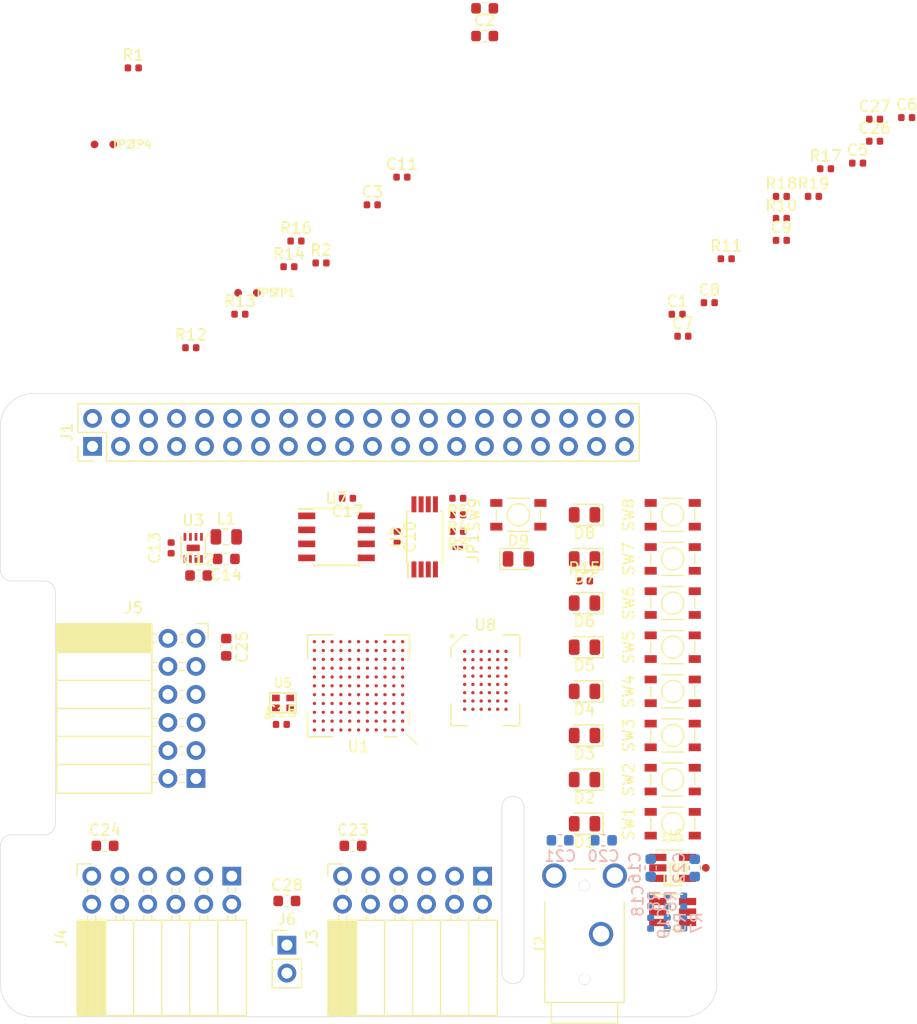
<source format=kicad_pcb>
(kicad_pcb (version 20171130) (host pcbnew 5.1.2+dfsg1-1)
  (layers (0 F.Cu signal) (1 In1.Cu power) (2 In2.Cu power) (31 B.Cu signal) (34 B.Paste user) (35 F.Paste user) (36 B.SilkS user hide) (37 F.SilkS user hide) (38 B.Mask user) (39 F.Mask user) (44 Edge.Cuts user))
  (net 0 "")
  (net 1 GND)
  (net 2 +1V2)
  (net 3 "Net-(C2-Pad2)")
  (net 4 "Net-(C2-Pad1)")
  (net 5 "Net-(C4-Pad2)")
  (net 6 "Net-(C4-Pad1)")
  (net 7 +3V3)
  (net 8 +5V)
  (net 9 "Net-(C13-Pad2)")
  (net 10 "Net-(C18-Pad1)")
  (net 11 "Net-(C19-Pad1)")
  (net 12 "Net-(C20-Pad1)")
  (net 13 "Net-(C21-Pad1)")
  (net 14 +3.3VDAC)
  (net 15 "Net-(D1-Pad1)")
  (net 16 /LED0)
  (net 17 /LED1)
  (net 18 "Net-(D2-Pad1)")
  (net 19 "Net-(D3-Pad1)")
  (net 20 /LED2)
  (net 21 /LED3)
  (net 22 "Net-(D4-Pad1)")
  (net 23 /LED4)
  (net 24 "Net-(D5-Pad1)")
  (net 25 "Net-(D6-Pad1)")
  (net 26 /LED5)
  (net 27 /LED6)
  (net 28 "Net-(D7-Pad1)")
  (net 29 "Net-(D8-Pad1)")
  (net 30 /LED7)
  (net 31 /GP13_FPGA_CDONE)
  (net 32 "Net-(J1-Pad3)")
  (net 33 "Net-(J1-Pad5)")
  (net 34 "Net-(J1-Pad7)")
  (net 35 /GP14_UART_TXD)
  (net 36 /GP15_UART_RXD)
  (net 37 "Net-(J1-Pad11)")
  (net 38 "Net-(J1-Pad12)")
  (net 39 /GP27_SDIO_DAT3)
  (net 40 /GP22_SDIO_CLK)
  (net 41 /GP23_SDIO_CMD)
  (net 42 /GP24_SDIO_DAT0)
  (net 43 /GP10_SPI_MOSI)
  (net 44 /GP9_SPI_MISO)
  (net 45 /GP25_SDIO_DAT1)
  (net 46 /GP11_SPI_SCK)
  (net 47 /GP8_SPI_~CS)
  (net 48 "Net-(J1-Pad26)")
  (net 49 /ID_SD)
  (net 50 /ID_SC)
  (net 51 "Net-(J1-Pad29)")
  (net 52 "Net-(J1-Pad31)")
  (net 53 /GP12_FPGA_~RST)
  (net 54 "Net-(J1-Pad35)")
  (net 55 "Net-(J1-Pad36)")
  (net 56 /GP26_SDIO_DAT2)
  (net 57 "Net-(J1-Pad38)")
  (net 58 "Net-(J1-Pad40)")
  (net 59 /IO0_0)
  (net 60 /IO0_1)
  (net 61 /IO0_2)
  (net 62 /IO0_3)
  (net 63 /IO0_4)
  (net 64 /IO0_5)
  (net 65 /IO0_6)
  (net 66 /IO0_7)
  (net 67 /IO1_7)
  (net 68 /IO1_6)
  (net 69 /IO1_5)
  (net 70 /IO1_4)
  (net 71 /IO1_3)
  (net 72 /IO1_2)
  (net 73 /IO1_1)
  (net 74 /IO1_0)
  (net 75 /IO2_0)
  (net 76 /IO2_1)
  (net 77 /IO2_2)
  (net 78 /IO2_3)
  (net 79 /IO2_4)
  (net 80 /IO2_5)
  (net 81 /IO2_6)
  (net 82 /IO2_7)
  (net 83 "Net-(JP1-Pad1)")
  (net 84 "Net-(L1-Pad1)")
  (net 85 "Net-(R6-Pad2)")
  (net 86 "Net-(R7-Pad2)")
  (net 87 /SW0)
  (net 88 /SW1)
  (net 89 /SW2)
  (net 90 /SW3)
  (net 91 /SW4)
  (net 92 /SW5)
  (net 93 /SW6)
  (net 94 /SW7)
  (net 95 /SRAM_DQ0)
  (net 96 /SRAM_DQ5)
  (net 97 /SRAM_DQ7)
  (net 98 /SRAM_DQ6)
  (net 99 /SRAM_DQ12)
  (net 100 /SRAM_A9)
  (net 101 /SRAM_A2)
  (net 102 /SRAM_A4)
  (net 103 /SRAM_A5)
  (net 104 /SRAM_A10)
  (net 105 /SRAM_DQ1)
  (net 106 /SRAM_DQ4)
  (net 107 /SRAM_DQ8)
  (net 108 /SRAM_DQ10)
  (net 109 /SRAM_DQ13)
  (net 110 /SRAM_DQ15)
  (net 111 /SRAM_A3)
  (net 112 /SRAM_A7)
  (net 113 /SRAM_A6)
  (net 114 /SRAM_A12)
  (net 115 /SRAM_DQ3)
  (net 116 /SRAM_DQ9)
  (net 117 /SRAM_DQ11)
  (net 118 /SRAM_A8)
  (net 119 /SRAM_A0)
  (net 120 /SRAM_A1)
  (net 121 /SRAM_A11)
  (net 122 /SRAM_A13)
  (net 123 /SRAM_A15)
  (net 124 /SRAM_DQ2)
  (net 125 /SRAM_DQ14)
  (net 126 /SRAM_A14)
  (net 127 /SRAM_A17)
  (net 128 /SRAM_A16)
  (net 129 /SRAM_~WE)
  (net 130 /SRAM_~OE)
  (net 131 /SRAM_~LB)
  (net 132 /SRAM_~UB)
  (net 133 /AUDIO_R_PWM)
  (net 134 "Net-(U1-PadB10)")
  (net 135 /CLK_OSC)
  (net 136 /AUDIO_L_PWM)
  (module fpga_hat:MOUNTHOLE_M2.5 (layer F.Cu) (at 161.5 83.5)
    (fp_text reference REF** hide)
    (fp_text value MOUNTHOLE_M2.5 hide)
    (pad "" np_thru_hole circle (at 0 0) (size 2.75 2.75) (drill 2.75) (layers *.Cu *.Mask) (thermal_gap 1.9))
  )
  (module fpga_hat:MOUNTHOLE_M2.5 (layer F.Cu) (at 161.5 133)
    (fp_text reference REF** hide)
    (fp_text value MOUNTHOLE_M2.5 hide)
    (pad "" np_thru_hole circle (at 0 0) (size 2.75 2.75) (drill 2.75) (layers *.Cu *.Mask) (thermal_gap 1.9))
  )
  (module fpga_hat:MOUNTHOLE_M2.5 (layer F.Cu) (at 103.5 133)
    (fp_text reference REF** hide)
    (fp_text value MOUNTHOLE_M2.5 hide)
    (pad "" np_thru_hole circle (at 0 0) (size 2.75 2.75) (drill 2.75) (layers *.Cu *.Mask) (thermal_gap 1.9))
  )
  (module fpga_hat:MOUNTHOLE_M2.5 (layer F.Cu) (at 103.5 83.5)
    (fp_text reference REF** hide)
    (fp_text value MOUNTHOLE_M2.5 hide)
    (pad "" np_thru_hole circle (at 0 0) (size 2.75 2.75) (drill 2.75) (layers *.Cu *.Mask) (thermal_gap 1.9))
  )
  (module Capacitor_SMD:C_0402_1005Metric (layer F.Cu) (at 161.405001 72.825001)
    (fp_text reference C1 (at 0 -1.17) (layer F.SilkS))
    (fp_text value 100n)
    (pad 2 smd roundrect (at 0.485 0) (size 0.59 0.64) (layers F.Cu F.Paste F.Mask) (net 1 GND))
    (pad 1 smd roundrect (at -0.485 0) (size 0.59 0.64) (layers F.Cu F.Paste F.Mask) (net 2 +1V2))
  )
  (module Capacitor_SMD:C_0603_1608Metric (layer F.Cu) (at 143.945001 47.605001)
    (fp_text reference C2 (at 0 -1.43) (layer F.SilkS))
    (fp_text value 4u7)
    (pad 2 smd roundrect (at 0.7875 0) (size 0.875 0.95) (layers F.Cu F.Paste F.Mask) (net 3 "Net-(C2-Pad2)"))
    (pad 1 smd roundrect (at -0.7875 0) (size 0.875 0.95) (layers F.Cu F.Paste F.Mask) (net 4 "Net-(C2-Pad1)"))
  )
  (module Capacitor_SMD:C_0402_1005Metric (layer F.Cu) (at 133.745001 62.905001)
    (fp_text reference C3 (at 0 -1.17) (layer F.SilkS))
    (fp_text value 100n)
    (pad 1 smd roundrect (at -0.485 0) (size 0.59 0.64) (layers F.Cu F.Paste F.Mask) (net 2 +1V2))
    (pad 2 smd roundrect (at 0.485 0) (size 0.59 0.64) (layers F.Cu F.Paste F.Mask) (net 1 GND))
  )
  (module Capacitor_SMD:C_0603_1608Metric (layer F.Cu) (at 143.945001 45.095001)
    (fp_text reference C4 (at 0 -1.43) (layer F.SilkS))
    (fp_text value 4u7)
    (pad 1 smd roundrect (at -0.7875 0) (size 0.875 0.95) (layers F.Cu F.Paste F.Mask) (net 6 "Net-(C4-Pad1)"))
    (pad 2 smd roundrect (at 0.7875 0) (size 0.875 0.95) (layers F.Cu F.Paste F.Mask) (net 5 "Net-(C4-Pad2)"))
  )
  (module Capacitor_SMD:C_0402_1005Metric (layer F.Cu) (at 177.775001 59.125001)
    (fp_text reference C5 (at 0 -1.17) (layer F.SilkS))
    (fp_text value 100n)
    (pad 1 smd roundrect (at -0.485 0) (size 0.59 0.64) (layers F.Cu F.Paste F.Mask) (net 2 +1V2))
    (pad 2 smd roundrect (at 0.485 0) (size 0.59 0.64) (layers F.Cu F.Paste F.Mask) (net 1 GND))
  )
  (module Capacitor_SMD:C_0402_1005Metric (layer F.Cu) (at 182.225001 54.995001)
    (fp_text reference C6 (at 0 -1.17) (layer F.SilkS))
    (fp_text value 100n)
    (pad 2 smd roundrect (at 0.485 0) (size 0.59 0.64) (layers F.Cu F.Paste F.Mask) (net 1 GND))
    (pad 1 smd roundrect (at -0.485 0) (size 0.59 0.64) (layers F.Cu F.Paste F.Mask) (net 2 +1V2))
  )
  (module Capacitor_SMD:C_0402_1005Metric (layer F.Cu) (at 161.925001 74.815001)
    (fp_text reference C7 (at 0 -1.17) (layer F.SilkS))
    (fp_text value 100n)
    (pad 2 smd roundrect (at 0.485 0) (size 0.59 0.64) (layers F.Cu F.Paste F.Mask) (net 1 GND))
    (pad 1 smd roundrect (at -0.485 0) (size 0.59 0.64) (layers F.Cu F.Paste F.Mask) (net 7 +3V3))
  )
  (module Capacitor_SMD:C_0402_1005Metric (layer F.Cu) (at 164.315001 71.775001)
    (fp_text reference C8 (at 0 -1.17) (layer F.SilkS))
    (fp_text value 100n)
    (pad 2 smd roundrect (at 0.485 0) (size 0.59 0.64) (layers F.Cu F.Paste F.Mask) (net 1 GND))
    (pad 1 smd roundrect (at -0.485 0) (size 0.59 0.64) (layers F.Cu F.Paste F.Mask) (net 7 +3V3))
  )
  (module Capacitor_SMD:C_0402_1005Metric (layer F.Cu) (at 170.855001 66.125001)
    (fp_text reference C9 (at 0 -1.17) (layer F.SilkS))
    (fp_text value 100n)
    (pad 2 smd roundrect (at 0.485 0) (size 0.59 0.64) (layers F.Cu F.Paste F.Mask) (net 1 GND))
    (pad 1 smd roundrect (at -0.485 0) (size 0.59 0.64) (layers F.Cu F.Paste F.Mask) (net 7 +3V3))
  )
  (module Capacitor_SMD:C_0402_1005Metric (layer F.Cu) (at 136 93 270)
    (fp_text reference C10 (at 0 -1.17 90) (layer F.SilkS))
    (fp_text value 100n)
    (pad 2 smd roundrect (at 0.485 0 270) (size 0.59 0.64) (layers F.Cu F.Paste F.Mask) (net 1 GND))
    (pad 1 smd roundrect (at -0.485 0 270) (size 0.59 0.64) (layers F.Cu F.Paste F.Mask) (net 7 +3V3))
  )
  (module Capacitor_SMD:C_0402_1005Metric (layer F.Cu) (at 136.435001 60.395001)
    (fp_text reference C11 (at 0 -1.17) (layer F.SilkS))
    (fp_text value 100n)
    (pad 1 smd roundrect (at -0.485 0) (size 0.59 0.64) (layers F.Cu F.Paste F.Mask) (net 7 +3V3))
    (pad 2 smd roundrect (at 0.485 0) (size 0.59 0.64) (layers F.Cu F.Paste F.Mask) (net 1 GND))
  )
  (module Capacitor_SMD:C_0603_1608Metric (layer F.Cu) (at 118 96.5)
    (fp_text reference C12 (at 0 -1.43) (layer F.SilkS))
    (fp_text value 4u7)
    (pad 2 smd roundrect (at 0.7875 0) (size 0.875 0.95) (layers F.Cu F.Paste F.Mask) (net 1 GND))
    (pad 1 smd roundrect (at -0.7875 0) (size 0.875 0.95) (layers F.Cu F.Paste F.Mask) (net 8 +5V))
  )
  (module Capacitor_SMD:C_0402_1005Metric (layer F.Cu) (at 115.5 94 270)
    (fp_text reference C13 (at 0 1.5 90) (layer F.SilkS))
    (fp_text value 560p)
    (pad 1 smd roundrect (at -0.485 0 270) (size 0.59 0.64) (layers F.Cu F.Paste F.Mask) (net 2 +1V2))
    (pad 2 smd roundrect (at 0.485 0 270) (size 0.59 0.64) (layers F.Cu F.Paste F.Mask) (net 9 "Net-(C13-Pad2)"))
  )
  (module Capacitor_SMD:C_0603_1608Metric (layer F.Cu) (at 120.5 95 180)
    (fp_text reference C14 (at 0 -1.43) (layer F.SilkS))
    (fp_text value 4u7)
    (pad 2 smd roundrect (at 0.7875 0 180) (size 0.875 0.95) (layers F.Cu F.Paste F.Mask) (net 1 GND))
    (pad 1 smd roundrect (at -0.7875 0 180) (size 0.875 0.95) (layers F.Cu F.Paste F.Mask) (net 2 +1V2))
  )
  (module Capacitor_SMD:C_0402_1005Metric (layer F.Cu) (at 125.5 110)
    (fp_text reference C15 (at 0 -1.17) (layer F.SilkS))
    (fp_text value 100n)
    (pad 2 smd roundrect (at 0.485 0) (size 0.59 0.64) (layers F.Cu F.Paste F.Mask) (net 1 GND))
    (pad 1 smd roundrect (at -0.485 0) (size 0.59 0.64) (layers F.Cu F.Paste F.Mask) (net 7 +3V3))
  )
  (module Capacitor_SMD:C_0603_1608Metric (layer B.Cu) (at 159 123 270)
    (fp_text reference C16 (at 0 1.43 90) (layer B.SilkS) (effects (justify mirror)))
    (fp_text value 1u)
    (pad 1 smd roundrect (at -0.7875 0 270) (size 0.875 0.95) (layers B.Cu B.Paste B.Mask) (net 8 +5V))
    (pad 2 smd roundrect (at 0.7875 0 270) (size 0.875 0.95) (layers B.Cu B.Paste B.Mask) (net 1 GND))
  )
  (module Capacitor_SMD:C_0402_1005Metric (layer F.Cu) (at 131.5 89.5 180)
    (fp_text reference C17 (at 0 -1.17) (layer F.SilkS))
    (fp_text value 100n)
    (pad 1 smd roundrect (at -0.485 0 180) (size 0.59 0.64) (layers F.Cu F.Paste F.Mask) (net 7 +3V3))
    (pad 2 smd roundrect (at 0.485 0 180) (size 0.59 0.64) (layers F.Cu F.Paste F.Mask) (net 1 GND))
  )
  (module Capacitor_SMD:C_0402_1005Metric (layer B.Cu) (at 159 125.985 270)
    (fp_text reference C18 (at 0 1.17 90) (layer B.SilkS) (effects (justify mirror)))
    (fp_text value 100n)
    (pad 1 smd roundrect (at -0.485 0 270) (size 0.59 0.64) (layers B.Cu B.Paste B.Mask) (net 10 "Net-(C18-Pad1)"))
    (pad 2 smd roundrect (at 0.485 0 270) (size 0.59 0.64) (layers B.Cu B.Paste B.Mask) (net 1 GND))
  )
  (module Capacitor_SMD:C_0402_1005Metric (layer B.Cu) (at 159 128.015 90)
    (fp_text reference C19 (at 0 1.17 90) (layer B.SilkS) (effects (justify mirror)))
    (fp_text value 100n)
    (pad 1 smd roundrect (at -0.485 0 90) (size 0.59 0.64) (layers B.Cu B.Paste B.Mask) (net 11 "Net-(C19-Pad1)"))
    (pad 2 smd roundrect (at 0.485 0 90) (size 0.59 0.64) (layers B.Cu B.Paste B.Mask) (net 1 GND))
  )
  (module Capacitor_SMD:C_0603_1608Metric (layer B.Cu) (at 154.7125 120.5)
    (fp_text reference C20 (at 0 1.43) (layer B.SilkS) (effects (justify mirror)))
    (fp_text value 4u7)
    (pad 1 smd roundrect (at -0.7875 0) (size 0.875 0.95) (layers B.Cu B.Paste B.Mask) (net 12 "Net-(C20-Pad1)"))
    (pad 2 smd roundrect (at 0.7875 0) (size 0.875 0.95) (layers B.Cu B.Paste B.Mask) (net 10 "Net-(C18-Pad1)"))
  )
  (module Capacitor_SMD:C_0603_1608Metric (layer B.Cu) (at 150.7875 120.5)
    (fp_text reference C21 (at 0 1.43) (layer B.SilkS) (effects (justify mirror)))
    (fp_text value 4u7)
    (pad 1 smd roundrect (at -0.7875 0) (size 0.875 0.95) (layers B.Cu B.Paste B.Mask) (net 13 "Net-(C21-Pad1)"))
    (pad 2 smd roundrect (at 0.7875 0) (size 0.875 0.95) (layers B.Cu B.Paste B.Mask) (net 11 "Net-(C19-Pad1)"))
  )
  (module Capacitor_SMD:C_0603_1608Metric (layer B.Cu) (at 163 123 270)
    (fp_text reference C22 (at 0 1.43 90) (layer B.SilkS) (effects (justify mirror)))
    (fp_text value 1u)
    (pad 2 smd roundrect (at 0.7875 0 270) (size 0.875 0.95) (layers B.Cu B.Paste B.Mask) (net 1 GND))
    (pad 1 smd roundrect (at -0.7875 0 270) (size 0.875 0.95) (layers B.Cu B.Paste B.Mask) (net 14 +3.3VDAC))
  )
  (module Capacitor_SMD:C_0603_1608Metric (layer F.Cu) (at 132 121)
    (fp_text reference C23 (at 0 -1.43) (layer F.SilkS))
    (fp_text value 1u)
    (pad 2 smd roundrect (at 0.7875 0) (size 0.875 0.95) (layers F.Cu F.Paste F.Mask) (net 1 GND))
    (pad 1 smd roundrect (at -0.7875 0) (size 0.875 0.95) (layers F.Cu F.Paste F.Mask) (net 7 +3V3))
  )
  (module Capacitor_SMD:C_0603_1608Metric (layer F.Cu) (at 109.5 121)
    (fp_text reference C24 (at 0 -1.43) (layer F.SilkS))
    (fp_text value 1u)
    (pad 1 smd roundrect (at -0.7875 0) (size 0.875 0.95) (layers F.Cu F.Paste F.Mask) (net 7 +3V3))
    (pad 2 smd roundrect (at 0.7875 0) (size 0.875 0.95) (layers F.Cu F.Paste F.Mask) (net 1 GND))
  )
  (module Capacitor_SMD:C_0603_1608Metric (layer F.Cu) (at 120.5 103 270)
    (fp_text reference C25 (at 0 -1.43 90) (layer F.SilkS))
    (fp_text value 1u)
    (pad 2 smd roundrect (at 0.7875 0 270) (size 0.875 0.95) (layers F.Cu F.Paste F.Mask) (net 1 GND))
    (pad 1 smd roundrect (at -0.7875 0 270) (size 0.875 0.95) (layers F.Cu F.Paste F.Mask) (net 7 +3V3))
  )
  (module Capacitor_SMD:C_0402_1005Metric (layer F.Cu) (at 179.315001 57.135001)
    (fp_text reference C26 (at 0 -1.17) (layer F.SilkS))
    (fp_text value 100n)
    (pad 1 smd roundrect (at -0.485 0) (size 0.59 0.64) (layers F.Cu F.Paste F.Mask) (net 7 +3V3))
    (pad 2 smd roundrect (at 0.485 0) (size 0.59 0.64) (layers F.Cu F.Paste F.Mask) (net 1 GND))
  )
  (module Capacitor_SMD:C_0402_1005Metric (layer F.Cu) (at 179.315001 55.145001)
    (fp_text reference C27 (at 0 -1.17) (layer F.SilkS))
    (fp_text value 100n)
    (pad 2 smd roundrect (at 0.485 0) (size 0.59 0.64) (layers F.Cu F.Paste F.Mask) (net 1 GND))
    (pad 1 smd roundrect (at -0.485 0) (size 0.59 0.64) (layers F.Cu F.Paste F.Mask) (net 7 +3V3))
  )
  (module Capacitor_SMD:C_0603_1608Metric (layer F.Cu) (at 126 126)
    (fp_text reference C28 (at 0 -1.43) (layer F.SilkS))
    (fp_text value 1u)
    (pad 1 smd roundrect (at -0.7875 0) (size 0.875 0.95) (layers F.Cu F.Paste F.Mask) (net 8 +5V))
    (pad 2 smd roundrect (at 0.7875 0) (size 0.875 0.95) (layers F.Cu F.Paste F.Mask) (net 1 GND))
  )
  (module LED_SMD:LED_0805_2012Metric (layer F.Cu) (at 153 119 180)
    (fp_text reference D1 (at 0 -1.65) (layer F.SilkS))
    (fp_text value LED)
    (pad 1 smd roundrect (at -0.9375 0 180) (size 0.975 1.4) (layers F.Cu F.Paste F.Mask) (net 15 "Net-(D1-Pad1)"))
    (pad 2 smd roundrect (at 0.9375 0 180) (size 0.975 1.4) (layers F.Cu F.Paste F.Mask) (net 16 /LED0))
  )
  (module LED_SMD:LED_0805_2012Metric (layer F.Cu) (at 153 115 180)
    (fp_text reference D2 (at 0 -1.65) (layer F.SilkS))
    (fp_text value LED)
    (pad 1 smd roundrect (at -0.9375 0 180) (size 0.975 1.4) (layers F.Cu F.Paste F.Mask) (net 18 "Net-(D2-Pad1)"))
    (pad 2 smd roundrect (at 0.9375 0 180) (size 0.975 1.4) (layers F.Cu F.Paste F.Mask) (net 17 /LED1))
  )
  (module LED_SMD:LED_0805_2012Metric (layer F.Cu) (at 153 111 180)
    (fp_text reference D3 (at 0 -1.65) (layer F.SilkS))
    (fp_text value LED)
    (pad 2 smd roundrect (at 0.9375 0 180) (size 0.975 1.4) (layers F.Cu F.Paste F.Mask) (net 20 /LED2))
    (pad 1 smd roundrect (at -0.9375 0 180) (size 0.975 1.4) (layers F.Cu F.Paste F.Mask) (net 19 "Net-(D3-Pad1)"))
  )
  (module LED_SMD:LED_0805_2012Metric (layer F.Cu) (at 153 107 180)
    (fp_text reference D4 (at 0 -1.65) (layer F.SilkS))
    (fp_text value LED)
    (pad 1 smd roundrect (at -0.9375 0 180) (size 0.975 1.4) (layers F.Cu F.Paste F.Mask) (net 22 "Net-(D4-Pad1)"))
    (pad 2 smd roundrect (at 0.9375 0 180) (size 0.975 1.4) (layers F.Cu F.Paste F.Mask) (net 21 /LED3))
  )
  (module LED_SMD:LED_0805_2012Metric (layer F.Cu) (at 153 103 180)
    (fp_text reference D5 (at 0 -1.65) (layer F.SilkS))
    (fp_text value LED)
    (pad 2 smd roundrect (at 0.9375 0 180) (size 0.975 1.4) (layers F.Cu F.Paste F.Mask) (net 23 /LED4))
    (pad 1 smd roundrect (at -0.9375 0 180) (size 0.975 1.4) (layers F.Cu F.Paste F.Mask) (net 24 "Net-(D5-Pad1)"))
  )
  (module LED_SMD:LED_0805_2012Metric (layer F.Cu) (at 153 99 180)
    (fp_text reference D6 (at 0 -1.65) (layer F.SilkS))
    (fp_text value LED)
    (pad 1 smd roundrect (at -0.9375 0 180) (size 0.975 1.4) (layers F.Cu F.Paste F.Mask) (net 25 "Net-(D6-Pad1)"))
    (pad 2 smd roundrect (at 0.9375 0 180) (size 0.975 1.4) (layers F.Cu F.Paste F.Mask) (net 26 /LED5))
  )
  (module LED_SMD:LED_0805_2012Metric (layer F.Cu) (at 153 95 180)
    (fp_text reference D7 (at 0 -1.65) (layer F.SilkS))
    (fp_text value LED)
    (pad 2 smd roundrect (at 0.9375 0 180) (size 0.975 1.4) (layers F.Cu F.Paste F.Mask) (net 27 /LED6))
    (pad 1 smd roundrect (at -0.9375 0 180) (size 0.975 1.4) (layers F.Cu F.Paste F.Mask) (net 28 "Net-(D7-Pad1)"))
  )
  (module LED_SMD:LED_0805_2012Metric (layer F.Cu) (at 153 91 180)
    (fp_text reference D8 (at 0 -1.65) (layer F.SilkS))
    (fp_text value LED)
    (pad 1 smd roundrect (at -0.9375 0 180) (size 0.975 1.4) (layers F.Cu F.Paste F.Mask) (net 29 "Net-(D8-Pad1)"))
    (pad 2 smd roundrect (at 0.9375 0 180) (size 0.975 1.4) (layers F.Cu F.Paste F.Mask) (net 30 /LED7))
  )
  (module LED_SMD:LED_0805_2012Metric (layer F.Cu) (at 147 95)
    (fp_text reference D9 (at 0 -1.65) (layer F.SilkS))
    (fp_text value LED)
    (pad 2 smd roundrect (at 0.9375 0) (size 0.975 1.4) (layers F.Cu F.Paste F.Mask) (net 31 /GP13_FPGA_CDONE))
    (pad 1 smd roundrect (at -0.9375 0) (size 0.975 1.4) (layers F.Cu F.Paste F.Mask) (net 1 GND))
  )
  (module Connector_PinHeader_2.54mm:PinHeader_2x20_P2.54mm_Vertical (layer F.Cu) (at 108.37 84.8 90)
    (fp_text reference J1 (at 1.27 -2.33 90) (layer F.SilkS))
    (fp_text value 2x20)
    (pad 1 thru_hole rect (at 0 0 90) (size 1.7 1.7) (drill 1) (layers *.Cu *.Mask) (net 7 +3V3))
    (pad 2 thru_hole oval (at 2.54 0 90) (size 1.7 1.7) (drill 1) (layers *.Cu *.Mask) (net 8 +5V))
    (pad 3 thru_hole oval (at 0 2.54 90) (size 1.7 1.7) (drill 1) (layers *.Cu *.Mask) (net 32 "Net-(J1-Pad3)"))
    (pad 4 thru_hole oval (at 2.54 2.54 90) (size 1.7 1.7) (drill 1) (layers *.Cu *.Mask) (net 8 +5V))
    (pad 5 thru_hole oval (at 0 5.08 90) (size 1.7 1.7) (drill 1) (layers *.Cu *.Mask) (net 33 "Net-(J1-Pad5)"))
    (pad 6 thru_hole oval (at 2.54 5.08 90) (size 1.7 1.7) (drill 1) (layers *.Cu *.Mask) (net 1 GND))
    (pad 7 thru_hole oval (at 0 7.62 90) (size 1.7 1.7) (drill 1) (layers *.Cu *.Mask) (net 34 "Net-(J1-Pad7)"))
    (pad 8 thru_hole oval (at 2.54 7.62 90) (size 1.7 1.7) (drill 1) (layers *.Cu *.Mask) (net 35 /GP14_UART_TXD))
    (pad 9 thru_hole oval (at 0 10.16 90) (size 1.7 1.7) (drill 1) (layers *.Cu *.Mask) (net 1 GND))
    (pad 10 thru_hole oval (at 2.54 10.16 90) (size 1.7 1.7) (drill 1) (layers *.Cu *.Mask) (net 36 /GP15_UART_RXD))
    (pad 11 thru_hole oval (at 0 12.7 90) (size 1.7 1.7) (drill 1) (layers *.Cu *.Mask) (net 37 "Net-(J1-Pad11)"))
    (pad 12 thru_hole oval (at 2.54 12.7 90) (size 1.7 1.7) (drill 1) (layers *.Cu *.Mask) (net 38 "Net-(J1-Pad12)"))
    (pad 13 thru_hole oval (at 0 15.24 90) (size 1.7 1.7) (drill 1) (layers *.Cu *.Mask) (net 39 /GP27_SDIO_DAT3))
    (pad 14 thru_hole oval (at 2.54 15.24 90) (size 1.7 1.7) (drill 1) (layers *.Cu *.Mask) (net 1 GND))
    (pad 15 thru_hole oval (at 0 17.78 90) (size 1.7 1.7) (drill 1) (layers *.Cu *.Mask) (net 40 /GP22_SDIO_CLK))
    (pad 16 thru_hole oval (at 2.54 17.78 90) (size 1.7 1.7) (drill 1) (layers *.Cu *.Mask) (net 41 /GP23_SDIO_CMD))
    (pad 17 thru_hole oval (at 0 20.32 90) (size 1.7 1.7) (drill 1) (layers *.Cu *.Mask) (net 7 +3V3))
    (pad 18 thru_hole oval (at 2.54 20.32 90) (size 1.7 1.7) (drill 1) (layers *.Cu *.Mask) (net 42 /GP24_SDIO_DAT0))
    (pad 19 thru_hole oval (at 0 22.86 90) (size 1.7 1.7) (drill 1) (layers *.Cu *.Mask) (net 43 /GP10_SPI_MOSI))
    (pad 20 thru_hole oval (at 2.54 22.86 90) (size 1.7 1.7) (drill 1) (layers *.Cu *.Mask) (net 1 GND))
    (pad 21 thru_hole oval (at 0 25.4 90) (size 1.7 1.7) (drill 1) (layers *.Cu *.Mask) (net 44 /GP9_SPI_MISO))
    (pad 22 thru_hole oval (at 2.54 25.4 90) (size 1.7 1.7) (drill 1) (layers *.Cu *.Mask) (net 45 /GP25_SDIO_DAT1))
    (pad 23 thru_hole oval (at 0 27.94 90) (size 1.7 1.7) (drill 1) (layers *.Cu *.Mask) (net 46 /GP11_SPI_SCK))
    (pad 24 thru_hole oval (at 2.54 27.94 90) (size 1.7 1.7) (drill 1) (layers *.Cu *.Mask) (net 47 /GP8_SPI_~CS))
    (pad 25 thru_hole oval (at 0 30.48 90) (size 1.7 1.7) (drill 1) (layers *.Cu *.Mask) (net 1 GND))
    (pad 26 thru_hole oval (at 2.54 30.48 90) (size 1.7 1.7) (drill 1) (layers *.Cu *.Mask) (net 48 "Net-(J1-Pad26)"))
    (pad 27 thru_hole oval (at 0 33.02 90) (size 1.7 1.7) (drill 1) (layers *.Cu *.Mask) (net 49 /ID_SD))
    (pad 28 thru_hole oval (at 2.54 33.02 90) (size 1.7 1.7) (drill 1) (layers *.Cu *.Mask) (net 50 /ID_SC))
    (pad 29 thru_hole oval (at 0 35.56 90) (size 1.7 1.7) (drill 1) (layers *.Cu *.Mask) (net 51 "Net-(J1-Pad29)"))
    (pad 30 thru_hole oval (at 2.54 35.56 90) (size 1.7 1.7) (drill 1) (layers *.Cu *.Mask) (net 1 GND))
    (pad 31 thru_hole oval (at 0 38.1 90) (size 1.7 1.7) (drill 1) (layers *.Cu *.Mask) (net 52 "Net-(J1-Pad31)"))
    (pad 32 thru_hole oval (at 2.54 38.1 90) (size 1.7 1.7) (drill 1) (layers *.Cu *.Mask) (net 53 /GP12_FPGA_~RST))
    (pad 33 thru_hole oval (at 0 40.64 90) (size 1.7 1.7) (drill 1) (layers *.Cu *.Mask) (net 31 /GP13_FPGA_CDONE))
    (pad 34 thru_hole oval (at 2.54 40.64 90) (size 1.7 1.7) (drill 1) (layers *.Cu *.Mask) (net 1 GND))
    (pad 35 thru_hole oval (at 0 43.18 90) (size 1.7 1.7) (drill 1) (layers *.Cu *.Mask) (net 54 "Net-(J1-Pad35)"))
    (pad 36 thru_hole oval (at 2.54 43.18 90) (size 1.7 1.7) (drill 1) (layers *.Cu *.Mask) (net 55 "Net-(J1-Pad36)"))
    (pad 37 thru_hole oval (at 0 45.72 90) (size 1.7 1.7) (drill 1) (layers *.Cu *.Mask) (net 56 /GP26_SDIO_DAT2))
    (pad 38 thru_hole oval (at 2.54 45.72 90) (size 1.7 1.7) (drill 1) (layers *.Cu *.Mask) (net 57 "Net-(J1-Pad38)"))
    (pad 39 thru_hole oval (at 0 48.26 90) (size 1.7 1.7) (drill 1) (layers *.Cu *.Mask) (net 1 GND))
    (pad 40 thru_hole oval (at 2.54 48.26 90) (size 1.7 1.7) (drill 1) (layers *.Cu *.Mask) (net 58 "Net-(J1-Pad40)"))
  )
  (module fpga_hat:STX-3000_TRS_3.5mm (layer F.Cu) (at 153 129 90)
    (fp_text reference J2 (at -1 -4 90) (layer F.SilkS))
    (fp_text value AudioJack3)
    (pad ~ thru_hole circle (at -4.1 0 90) (size 1 1) (drill 1) (layers *.Cu *.Mask))
    (pad ~ thru_hole circle (at 4.4 0 90) (size 1 1) (drill 1) (layers *.Cu *.Mask))
    (pad S thru_hole circle (at 0 1.5 90) (size 2.2 2.2) (drill 1.5) (layers *.Cu *.Mask) (net 1 GND))
    (pad R thru_hole circle (at 5.3 -2.75 90) (size 2.2 2.2) (drill 1.5) (layers *.Cu *.Mask) (net 13 "Net-(C21-Pad1)"))
    (pad T thru_hole circle (at 5.3 2.75 90) (size 2.2 2.2) (drill 1.5) (layers *.Cu *.Mask) (net 12 "Net-(C20-Pad1)"))
  )
  (module fpga_hat:PinSocket_2x06_P2.54mm_Horizontal (layer F.Cu) (at 143.75 123.75 90)
    (fp_text reference J3 (at -5.65 -15.47 90) (layer F.SilkS))
    (fp_text value Conn_02x06_Top_Bottom)
    (pad 6 thru_hole circle (at 0 -12.7 90) (size 1.7 1.7) (drill 1) (layers *.Cu *.Mask) (net 7 +3V3))
    (pad 12 thru_hole oval (at -2.54 -12.7 90) (size 1.7 1.7) (drill 1) (layers *.Cu *.Mask) (net 7 +3V3))
    (pad 5 thru_hole oval (at 0 -10.16 90) (size 1.7 1.7) (drill 1) (layers *.Cu *.Mask) (net 1 GND))
    (pad 11 thru_hole oval (at -2.54 -10.16 90) (size 1.7 1.7) (drill 1) (layers *.Cu *.Mask) (net 1 GND))
    (pad 4 thru_hole oval (at 0 -7.62 90) (size 1.7 1.7) (drill 1) (layers *.Cu *.Mask) (net 62 /IO0_3))
    (pad 10 thru_hole oval (at -2.54 -7.62 90) (size 1.7 1.7) (drill 1) (layers *.Cu *.Mask) (net 66 /IO0_7))
    (pad 3 thru_hole oval (at 0 -5.08 90) (size 1.7 1.7) (drill 1) (layers *.Cu *.Mask) (net 61 /IO0_2))
    (pad 9 thru_hole oval (at -2.54 -5.08 90) (size 1.7 1.7) (drill 1) (layers *.Cu *.Mask) (net 65 /IO0_6))
    (pad 2 thru_hole oval (at 0 -2.54 90) (size 1.7 1.7) (drill 1) (layers *.Cu *.Mask) (net 60 /IO0_1))
    (pad 8 thru_hole oval (at -2.54 -2.54 90) (size 1.7 1.7) (drill 1) (layers *.Cu *.Mask) (net 64 /IO0_5))
    (pad 1 thru_hole rect (at 0 0 90) (size 1.7 1.7) (drill 1) (layers *.Cu *.Mask) (net 59 /IO0_0))
    (pad 7 thru_hole oval (at -2.54 0 90) (size 1.7 1.7) (drill 1) (layers *.Cu *.Mask) (net 63 /IO0_4))
  )
  (module fpga_hat:PinSocket_2x06_P2.54mm_Horizontal (layer F.Cu) (at 121 123.75 90)
    (fp_text reference J4 (at -5.65 -15.47 90) (layer F.SilkS))
    (fp_text value Conn_02x06_Top_Bottom)
    (pad 7 thru_hole oval (at -2.54 0 90) (size 1.7 1.7) (drill 1) (layers *.Cu *.Mask) (net 70 /IO1_4))
    (pad 1 thru_hole rect (at 0 0 90) (size 1.7 1.7) (drill 1) (layers *.Cu *.Mask) (net 74 /IO1_0))
    (pad 8 thru_hole oval (at -2.54 -2.54 90) (size 1.7 1.7) (drill 1) (layers *.Cu *.Mask) (net 69 /IO1_5))
    (pad 2 thru_hole oval (at 0 -2.54 90) (size 1.7 1.7) (drill 1) (layers *.Cu *.Mask) (net 73 /IO1_1))
    (pad 9 thru_hole oval (at -2.54 -5.08 90) (size 1.7 1.7) (drill 1) (layers *.Cu *.Mask) (net 68 /IO1_6))
    (pad 3 thru_hole oval (at 0 -5.08 90) (size 1.7 1.7) (drill 1) (layers *.Cu *.Mask) (net 72 /IO1_2))
    (pad 10 thru_hole oval (at -2.54 -7.62 90) (size 1.7 1.7) (drill 1) (layers *.Cu *.Mask) (net 67 /IO1_7))
    (pad 4 thru_hole oval (at 0 -7.62 90) (size 1.7 1.7) (drill 1) (layers *.Cu *.Mask) (net 71 /IO1_3))
    (pad 11 thru_hole oval (at -2.54 -10.16 90) (size 1.7 1.7) (drill 1) (layers *.Cu *.Mask) (net 1 GND))
    (pad 5 thru_hole oval (at 0 -10.16 90) (size 1.7 1.7) (drill 1) (layers *.Cu *.Mask) (net 1 GND))
    (pad 12 thru_hole oval (at -2.54 -12.7 90) (size 1.7 1.7) (drill 1) (layers *.Cu *.Mask) (net 7 +3V3))
    (pad 6 thru_hole circle (at 0 -12.7 90) (size 1.7 1.7) (drill 1) (layers *.Cu *.Mask) (net 7 +3V3))
  )
  (module fpga_hat:PinSocket_2x06_P2.54mm_Horizontal (layer F.Cu) (at 117.75 114.9)
    (fp_text reference J5 (at -5.65 -15.47) (layer F.SilkS))
    (fp_text value Conn_02x06_Top_Bottom)
    (pad 6 thru_hole circle (at 0 -12.7) (size 1.7 1.7) (drill 1) (layers *.Cu *.Mask) (net 7 +3V3))
    (pad 12 thru_hole oval (at -2.54 -12.7) (size 1.7 1.7) (drill 1) (layers *.Cu *.Mask) (net 7 +3V3))
    (pad 5 thru_hole oval (at 0 -10.16) (size 1.7 1.7) (drill 1) (layers *.Cu *.Mask) (net 1 GND))
    (pad 11 thru_hole oval (at -2.54 -10.16) (size 1.7 1.7) (drill 1) (layers *.Cu *.Mask) (net 1 GND))
    (pad 4 thru_hole oval (at 0 -7.62) (size 1.7 1.7) (drill 1) (layers *.Cu *.Mask) (net 78 /IO2_3))
    (pad 10 thru_hole oval (at -2.54 -7.62) (size 1.7 1.7) (drill 1) (layers *.Cu *.Mask) (net 82 /IO2_7))
    (pad 3 thru_hole oval (at 0 -5.08) (size 1.7 1.7) (drill 1) (layers *.Cu *.Mask) (net 77 /IO2_2))
    (pad 9 thru_hole oval (at -2.54 -5.08) (size 1.7 1.7) (drill 1) (layers *.Cu *.Mask) (net 81 /IO2_6))
    (pad 2 thru_hole oval (at 0 -2.54) (size 1.7 1.7) (drill 1) (layers *.Cu *.Mask) (net 76 /IO2_1))
    (pad 8 thru_hole oval (at -2.54 -2.54) (size 1.7 1.7) (drill 1) (layers *.Cu *.Mask) (net 80 /IO2_5))
    (pad 1 thru_hole rect (at 0 0) (size 1.7 1.7) (drill 1) (layers *.Cu *.Mask) (net 75 /IO2_0))
    (pad 7 thru_hole oval (at -2.54 0) (size 1.7 1.7) (drill 1) (layers *.Cu *.Mask) (net 79 /IO2_4))
  )
  (module Connector_PinHeader_2.54mm:PinHeader_1x02_P2.54mm_Vertical (layer F.Cu) (at 126 130)
    (fp_text reference J6 (at 0 -2.33) (layer F.SilkS))
    (fp_text value Conn_01x02)
    (pad 1 thru_hole rect (at 0 0) (size 1.7 1.7) (drill 1) (layers *.Cu *.Mask) (net 8 +5V))
    (pad 2 thru_hole oval (at 0 2.54) (size 1.7 1.7) (drill 1) (layers *.Cu *.Mask) (net 1 GND))
  )
  (module fpga_hat:SOLDER_JUMP (layer F.Cu) (at 141.5 94 90)
    (fp_text reference JP1 (at 0 1.4 90) (layer F.SilkS))
    (fp_text value "Solder jumper")
    (pad 1 smd rect (at 0 -0.275 90) (size 0.4 0.4) (layers F.Cu F.Paste F.Mask) (net 83 "Net-(JP1-Pad1)"))
    (pad 2 smd rect (at 0 0.275 90) (size 0.4 0.4) (layers F.Cu F.Paste F.Mask) (net 1 GND))
  )
  (module Inductor_SMD:L_0805_2012Metric (layer F.Cu) (at 120.5 93)
    (fp_text reference L1 (at 0 -1.65) (layer F.SilkS))
    (fp_text value 1u)
    (pad 1 smd roundrect (at -0.9375 0) (size 0.975 1.4) (layers F.Cu F.Paste F.Mask) (net 84 "Net-(L1-Pad1)"))
    (pad 2 smd roundrect (at 0.9375 0) (size 0.975 1.4) (layers F.Cu F.Paste F.Mask) (net 2 +1V2))
  )
  (module Resistor_SMD:R_0402_1005Metric (layer F.Cu) (at 112.065001 50.495001)
    (fp_text reference R1 (at 0 -1.17) (layer F.SilkS))
    (fp_text value 100)
    (pad 1 smd roundrect (at -0.485 0) (size 0.59 0.64) (layers F.Cu F.Paste F.Mask) (net 6 "Net-(C4-Pad1)"))
    (pad 2 smd roundrect (at 0.485 0) (size 0.59 0.64) (layers F.Cu F.Paste F.Mask) (net 2 +1V2))
  )
  (module Resistor_SMD:R_0402_1005Metric (layer F.Cu) (at 129.095001 68.175001)
    (fp_text reference R2 (at 0 -1.17) (layer F.SilkS))
    (fp_text value 100)
    (pad 2 smd roundrect (at 0.485 0) (size 0.59 0.64) (layers F.Cu F.Paste F.Mask) (net 2 +1V2))
    (pad 1 smd roundrect (at -0.485 0) (size 0.59 0.64) (layers F.Cu F.Paste F.Mask) (net 4 "Net-(C2-Pad1)"))
  )
  (module Resistor_SMD:R_0402_1005Metric (layer F.Cu) (at 141.5 92.5 180)
    (fp_text reference R3 (at 0 -1.17) (layer F.SilkS))
    (fp_text value 470)
    (pad 1 smd roundrect (at -0.485 0 180) (size 0.59 0.64) (layers F.Cu F.Paste F.Mask) (net 7 +3V3))
    (pad 2 smd roundrect (at 0.485 0 180) (size 0.59 0.64) (layers F.Cu F.Paste F.Mask) (net 83 "Net-(JP1-Pad1)"))
  )
  (module Resistor_SMD:R_0402_1005Metric (layer F.Cu) (at 141.5 91 180)
    (fp_text reference R4 (at 0 -1.17) (layer F.SilkS))
    (fp_text value 4k7)
    (pad 1 smd roundrect (at -0.485 0 180) (size 0.59 0.64) (layers F.Cu F.Paste F.Mask) (net 7 +3V3))
    (pad 2 smd roundrect (at 0.485 0 180) (size 0.59 0.64) (layers F.Cu F.Paste F.Mask) (net 50 /ID_SC))
  )
  (module Resistor_SMD:R_0402_1005Metric (layer F.Cu) (at 141.5 89.5 180)
    (fp_text reference R5 (at 0 -1.17) (layer F.SilkS))
    (fp_text value 4k7)
    (pad 2 smd roundrect (at 0.485 0 180) (size 0.59 0.64) (layers F.Cu F.Paste F.Mask) (net 50 /ID_SC))
    (pad 1 smd roundrect (at -0.485 0 180) (size 0.59 0.64) (layers F.Cu F.Paste F.Mask) (net 7 +3V3))
  )
  (module Resistor_SMD:R_0402_1005Metric (layer B.Cu) (at 162 126.015 270)
    (fp_text reference R6 (at 0 1.17 90) (layer B.SilkS) (effects (justify mirror)))
    (fp_text value 220)
    (pad 2 smd roundrect (at 0.485 0 270) (size 0.59 0.64) (layers B.Cu B.Paste B.Mask) (net 85 "Net-(R6-Pad2)"))
    (pad 1 smd roundrect (at -0.485 0 270) (size 0.59 0.64) (layers B.Cu B.Paste B.Mask) (net 10 "Net-(C18-Pad1)"))
  )
  (module Resistor_SMD:R_0402_1005Metric (layer B.Cu) (at 162 127.985 90)
    (fp_text reference R7 (at 0 1.17 90) (layer B.SilkS) (effects (justify mirror)))
    (fp_text value 220)
    (pad 2 smd roundrect (at 0.485 0 90) (size 0.59 0.64) (layers B.Cu B.Paste B.Mask) (net 86 "Net-(R7-Pad2)"))
    (pad 1 smd roundrect (at -0.485 0 90) (size 0.59 0.64) (layers B.Cu B.Paste B.Mask) (net 11 "Net-(C19-Pad1)"))
  )
  (module Resistor_SMD:R_0402_1005Metric (layer B.Cu) (at 160.5 125.985 270)
    (fp_text reference R8 (at 0 1.17 90) (layer B.SilkS) (effects (justify mirror)))
    (fp_text value 100)
    (pad 1 smd roundrect (at -0.485 0 270) (size 0.59 0.64) (layers B.Cu B.Paste B.Mask) (net 10 "Net-(C18-Pad1)"))
    (pad 2 smd roundrect (at 0.485 0 270) (size 0.59 0.64) (layers B.Cu B.Paste B.Mask) (net 1 GND))
  )
  (module Resistor_SMD:R_0402_1005Metric (layer B.Cu) (at 160.5 127.985 90)
    (fp_text reference R9 (at 0 1.17 90) (layer B.SilkS) (effects (justify mirror)))
    (fp_text value 100)
    (pad 1 smd roundrect (at -0.485 0 90) (size 0.59 0.64) (layers B.Cu B.Paste B.Mask) (net 11 "Net-(C19-Pad1)"))
    (pad 2 smd roundrect (at 0.485 0 90) (size 0.59 0.64) (layers B.Cu B.Paste B.Mask) (net 1 GND))
  )
  (module Resistor_SMD:R_0402_1005Metric (layer F.Cu) (at 170.855001 64.135001)
    (fp_text reference R10 (at 0 -1.17) (layer F.SilkS))
    (fp_text value 470)
    (pad 1 smd roundrect (at -0.485 0) (size 0.59 0.64) (layers F.Cu F.Paste F.Mask) (net 1 GND))
    (pad 2 smd roundrect (at 0.485 0) (size 0.59 0.64) (layers F.Cu F.Paste F.Mask) (net 15 "Net-(D1-Pad1)"))
  )
  (module Resistor_SMD:R_0402_1005Metric (layer F.Cu) (at 165.855001 67.795001)
    (fp_text reference R11 (at 0 -1.17) (layer F.SilkS))
    (fp_text value 470)
    (pad 1 smd roundrect (at -0.485 0) (size 0.59 0.64) (layers F.Cu F.Paste F.Mask) (net 1 GND))
    (pad 2 smd roundrect (at 0.485 0) (size 0.59 0.64) (layers F.Cu F.Paste F.Mask) (net 18 "Net-(D2-Pad1)"))
  )
  (module Resistor_SMD:R_0402_1005Metric (layer F.Cu) (at 117.285001 75.855001)
    (fp_text reference R12 (at 0 -1.17) (layer F.SilkS))
    (fp_text value 470)
    (pad 2 smd roundrect (at 0.485 0) (size 0.59 0.64) (layers F.Cu F.Paste F.Mask) (net 19 "Net-(D3-Pad1)"))
    (pad 1 smd roundrect (at -0.485 0) (size 0.59 0.64) (layers F.Cu F.Paste F.Mask) (net 1 GND))
  )
  (module Resistor_SMD:R_0402_1005Metric (layer F.Cu) (at 121.735001 72.815001)
    (fp_text reference R13 (at 0 -1.17) (layer F.SilkS))
    (fp_text value 470)
    (pad 1 smd roundrect (at -0.485 0) (size 0.59 0.64) (layers F.Cu F.Paste F.Mask) (net 1 GND))
    (pad 2 smd roundrect (at 0.485 0) (size 0.59 0.64) (layers F.Cu F.Paste F.Mask) (net 22 "Net-(D4-Pad1)"))
  )
  (module Resistor_SMD:R_0402_1005Metric (layer F.Cu) (at 126.185001 68.515001)
    (fp_text reference R14 (at 0 -1.17) (layer F.SilkS))
    (fp_text value 470)
    (pad 2 smd roundrect (at 0.485 0) (size 0.59 0.64) (layers F.Cu F.Paste F.Mask) (net 24 "Net-(D5-Pad1)"))
    (pad 1 smd roundrect (at -0.485 0) (size 0.59 0.64) (layers F.Cu F.Paste F.Mask) (net 1 GND))
  )
  (module Resistor_SMD:R_0402_1005Metric (layer F.Cu) (at 153 97)
    (fp_text reference R15 (at 0 -1.17) (layer F.SilkS))
    (fp_text value 470)
    (pad 2 smd roundrect (at 0.485 0) (size 0.59 0.64) (layers F.Cu F.Paste F.Mask) (net 25 "Net-(D6-Pad1)"))
    (pad 1 smd roundrect (at -0.485 0) (size 0.59 0.64) (layers F.Cu F.Paste F.Mask) (net 1 GND))
  )
  (module Resistor_SMD:R_0402_1005Metric (layer F.Cu) (at 126.825001 66.185001)
    (fp_text reference R16 (at 0 -1.17) (layer F.SilkS))
    (fp_text value 470)
    (pad 1 smd roundrect (at -0.485 0) (size 0.59 0.64) (layers F.Cu F.Paste F.Mask) (net 1 GND))
    (pad 2 smd roundrect (at 0.485 0) (size 0.59 0.64) (layers F.Cu F.Paste F.Mask) (net 28 "Net-(D7-Pad1)"))
  )
  (module Resistor_SMD:R_0402_1005Metric (layer F.Cu) (at 174.865001 59.635001)
    (fp_text reference R17 (at 0 -1.17) (layer F.SilkS))
    (fp_text value 470)
    (pad 2 smd roundrect (at 0.485 0) (size 0.59 0.64) (layers F.Cu F.Paste F.Mask) (net 29 "Net-(D8-Pad1)"))
    (pad 1 smd roundrect (at -0.485 0) (size 0.59 0.64) (layers F.Cu F.Paste F.Mask) (net 1 GND))
  )
  (module Resistor_SMD:R_0402_1005Metric (layer F.Cu) (at 170.855001 62.145001)
    (fp_text reference R18 (at 0 -1.17) (layer F.SilkS))
    (fp_text value 470)
    (pad 1 smd roundrect (at -0.485 0) (size 0.59 0.64) (layers F.Cu F.Paste F.Mask) (net 31 /GP13_FPGA_CDONE))
    (pad 2 smd roundrect (at 0.485 0) (size 0.59 0.64) (layers F.Cu F.Paste F.Mask) (net 7 +3V3))
  )
  (module Resistor_SMD:R_0402_1005Metric (layer F.Cu) (at 173.765001 62.145001)
    (fp_text reference R19 (at 0 -1.17) (layer F.SilkS))
    (fp_text value 4k7)
    (pad 2 smd roundrect (at 0.485 0) (size 0.59 0.64) (layers F.Cu F.Paste F.Mask) (net 53 /GP12_FPGA_~RST))
    (pad 1 smd roundrect (at -0.485 0) (size 0.59 0.64) (layers F.Cu F.Paste F.Mask) (net 7 +3V3))
  )
  (module fpga_hat:PTS815 (layer F.Cu) (at 161 119 270)
    (fp_text reference SW1 (at 0 4 270) (layer F.SilkS))
    (fp_text value PTS815)
    (pad ~ smd rect (at -1.075 2) (size 1.1 0.7) (layers F.Cu F.Paste F.Mask))
    (pad ~ smd rect (at 1.075 2) (size 1.1 0.7) (layers F.Cu F.Paste F.Mask))
    (pad 2 smd rect (at 1.075 -2) (size 1.1 0.7) (layers F.Cu F.Paste F.Mask) (net 1 GND))
    (pad 1 smd rect (at -1.075 -2) (size 1.1 0.7) (layers F.Cu F.Paste F.Mask) (net 87 /SW0))
  )
  (module fpga_hat:PTS815 (layer F.Cu) (at 161 115 270)
    (fp_text reference SW2 (at 0 4 270) (layer F.SilkS))
    (fp_text value PTS815)
    (pad 1 smd rect (at -1.075 -2) (size 1.1 0.7) (layers F.Cu F.Paste F.Mask) (net 88 /SW1))
    (pad 2 smd rect (at 1.075 -2) (size 1.1 0.7) (layers F.Cu F.Paste F.Mask) (net 1 GND))
    (pad ~ smd rect (at 1.075 2) (size 1.1 0.7) (layers F.Cu F.Paste F.Mask))
    (pad ~ smd rect (at -1.075 2) (size 1.1 0.7) (layers F.Cu F.Paste F.Mask))
  )
  (module fpga_hat:PTS815 (layer F.Cu) (at 161 111 270)
    (fp_text reference SW3 (at 0 4 270) (layer F.SilkS))
    (fp_text value PTS815)
    (pad ~ smd rect (at -1.075 2) (size 1.1 0.7) (layers F.Cu F.Paste F.Mask))
    (pad ~ smd rect (at 1.075 2) (size 1.1 0.7) (layers F.Cu F.Paste F.Mask))
    (pad 2 smd rect (at 1.075 -2) (size 1.1 0.7) (layers F.Cu F.Paste F.Mask) (net 1 GND))
    (pad 1 smd rect (at -1.075 -2) (size 1.1 0.7) (layers F.Cu F.Paste F.Mask) (net 89 /SW2))
  )
  (module fpga_hat:PTS815 (layer F.Cu) (at 161 107 270)
    (fp_text reference SW4 (at 0 4 270) (layer F.SilkS))
    (fp_text value PTS815)
    (pad ~ smd rect (at -1.075 2) (size 1.1 0.7) (layers F.Cu F.Paste F.Mask))
    (pad ~ smd rect (at 1.075 2) (size 1.1 0.7) (layers F.Cu F.Paste F.Mask))
    (pad 2 smd rect (at 1.075 -2) (size 1.1 0.7) (layers F.Cu F.Paste F.Mask) (net 1 GND))
    (pad 1 smd rect (at -1.075 -2) (size 1.1 0.7) (layers F.Cu F.Paste F.Mask) (net 90 /SW3))
  )
  (module fpga_hat:PTS815 (layer F.Cu) (at 161 103 270)
    (fp_text reference SW5 (at 0 4 270) (layer F.SilkS))
    (fp_text value PTS815)
    (pad 1 smd rect (at -1.075 -2) (size 1.1 0.7) (layers F.Cu F.Paste F.Mask) (net 91 /SW4))
    (pad 2 smd rect (at 1.075 -2) (size 1.1 0.7) (layers F.Cu F.Paste F.Mask) (net 1 GND))
    (pad ~ smd rect (at 1.075 2) (size 1.1 0.7) (layers F.Cu F.Paste F.Mask))
    (pad ~ smd rect (at -1.075 2) (size 1.1 0.7) (layers F.Cu F.Paste F.Mask))
  )
  (module fpga_hat:PTS815 (layer F.Cu) (at 161 99 270)
    (fp_text reference SW6 (at 0 4 270) (layer F.SilkS))
    (fp_text value PTS815)
    (pad 1 smd rect (at -1.075 -2) (size 1.1 0.7) (layers F.Cu F.Paste F.Mask) (net 92 /SW5))
    (pad 2 smd rect (at 1.075 -2) (size 1.1 0.7) (layers F.Cu F.Paste F.Mask) (net 1 GND))
    (pad ~ smd rect (at 1.075 2) (size 1.1 0.7) (layers F.Cu F.Paste F.Mask))
    (pad ~ smd rect (at -1.075 2) (size 1.1 0.7) (layers F.Cu F.Paste F.Mask))
  )
  (module fpga_hat:PTS815 (layer F.Cu) (at 161 95 270)
    (fp_text reference SW7 (at 0 4 270) (layer F.SilkS))
    (fp_text value PTS815)
    (pad ~ smd rect (at -1.075 2) (size 1.1 0.7) (layers F.Cu F.Paste F.Mask))
    (pad ~ smd rect (at 1.075 2) (size 1.1 0.7) (layers F.Cu F.Paste F.Mask))
    (pad 2 smd rect (at 1.075 -2) (size 1.1 0.7) (layers F.Cu F.Paste F.Mask) (net 1 GND))
    (pad 1 smd rect (at -1.075 -2) (size 1.1 0.7) (layers F.Cu F.Paste F.Mask) (net 93 /SW6))
  )
  (module fpga_hat:PTS815 (layer F.Cu) (at 161 91 270)
    (fp_text reference SW8 (at 0 4 270) (layer F.SilkS))
    (fp_text value PTS815)
    (pad 1 smd rect (at -1.075 -2) (size 1.1 0.7) (layers F.Cu F.Paste F.Mask) (net 94 /SW7))
    (pad 2 smd rect (at 1.075 -2) (size 1.1 0.7) (layers F.Cu F.Paste F.Mask) (net 1 GND))
    (pad ~ smd rect (at 1.075 2) (size 1.1 0.7) (layers F.Cu F.Paste F.Mask))
    (pad ~ smd rect (at -1.075 2) (size 1.1 0.7) (layers F.Cu F.Paste F.Mask))
  )
  (module fpga_hat:PTS815 (layer F.Cu) (at 147 91 270)
    (fp_text reference SW9 (at 0 4 270) (layer F.SilkS))
    (fp_text value PTS815)
    (pad ~ smd rect (at -1.075 2) (size 1.1 0.7) (layers F.Cu F.Paste F.Mask))
    (pad ~ smd rect (at 1.075 2) (size 1.1 0.7) (layers F.Cu F.Paste F.Mask))
    (pad 2 smd rect (at 1.075 -2) (size 1.1 0.7) (layers F.Cu F.Paste F.Mask) (net 1 GND))
    (pad 1 smd rect (at -1.075 -2) (size 1.1 0.7) (layers F.Cu F.Paste F.Mask) (net 53 /GP12_FPGA_~RST))
  )
  (module fpga_hat:Testpoint_d0.7mm (layer F.Cu) (at 123.27 70.88)
    (fp_text reference TP1 (at 2.54 0) (layer F.SilkS) (effects (font (size 0.7 0.7))))
    (fp_text value TestPoint)
    (pad 1 smd circle (at 0 0) (size 0.7 0.7) (layers F.Cu F.Mask) (net 83 "Net-(JP1-Pad1)"))
  )
  (module fpga_hat:Testpoint_d0.7mm (layer F.Cu) (at 108.55 57.43)
    (fp_text reference TP2 (at 2.54 0) (layer F.SilkS) (effects (font (size 0.7 0.7))))
    (fp_text value TestPoint)
    (pad 1 smd circle (at 0 0) (size 0.7 0.7) (layers F.Cu F.Mask) (net 2 +1V2))
  )
  (module fpga_hat:Testpoint_d0.7mm (layer F.Cu) (at 164 123 180)
    (fp_text reference TP3 (at 2.54 0) (layer F.SilkS) (effects (font (size 0.7 0.7))))
    (fp_text value TestPoint)
    (pad 1 smd circle (at 0 0 180) (size 0.7 0.7) (layers F.Cu F.Mask) (net 14 +3.3VDAC))
  )
  (module fpga_hat:Testpoint_d0.7mm (layer F.Cu) (at 110.25 57.43)
    (fp_text reference TP4 (at 2.54 0) (layer F.SilkS) (effects (font (size 0.7 0.7))))
    (fp_text value TestPoint)
    (pad 1 smd circle (at 0 0) (size 0.7 0.7) (layers F.Cu F.Mask) (net 31 /GP13_FPGA_CDONE))
  )
  (module fpga_hat:Testpoint_d0.7mm (layer F.Cu) (at 121.57 70.88)
    (fp_text reference TP5 (at 2.54 0) (layer F.SilkS) (effects (font (size 0.7 0.7))))
    (fp_text value TestPoint)
    (pad 1 smd circle (at 0 0) (size 0.7 0.7) (layers F.Cu F.Mask) (net 53 /GP12_FPGA_~RST))
  )
  (module fpga_hat:BGA-121_11x11_9.0x9.0mm (layer F.Cu) (at 132.5 106.5 180)
    (fp_text reference U1 (at 0 -5.5) (layer F.SilkS))
    (fp_text value iCE40-HX8k-BG121)
    (pad A1 smd circle (at -4 -4 180) (size 0.3 0.3) (layers F.Cu F.Paste F.Mask) (net 79 /IO2_4))
    (pad B1 smd circle (at -4 -3.2 180) (size 0.3 0.3) (layers F.Cu F.Paste F.Mask) (net 95 /SRAM_DQ0))
    (pad C1 smd circle (at -4 -2.4 180) (size 0.3 0.3) (layers F.Cu F.Paste F.Mask) (net 96 /SRAM_DQ5))
    (pad D1 smd circle (at -4 -1.6 180) (size 0.3 0.3) (layers F.Cu F.Paste F.Mask) (net 97 /SRAM_DQ7))
    (pad E1 smd circle (at -4 -0.8 180) (size 0.3 0.3) (layers F.Cu F.Paste F.Mask) (net 98 /SRAM_DQ6))
    (pad F1 smd circle (at -4 0 180) (size 0.3 0.3) (layers F.Cu F.Paste F.Mask) (net 99 /SRAM_DQ12))
    (pad G1 smd circle (at -4 0.8 180) (size 0.3 0.3) (layers F.Cu F.Paste F.Mask) (net 100 /SRAM_A9))
    (pad H1 smd circle (at -4 1.6 180) (size 0.3 0.3) (layers F.Cu F.Paste F.Mask) (net 101 /SRAM_A2))
    (pad J1 smd circle (at -4 2.4 180) (size 0.3 0.3) (layers F.Cu F.Paste F.Mask) (net 102 /SRAM_A4))
    (pad K1 smd circle (at -4 3.2 180) (size 0.3 0.3) (layers F.Cu F.Paste F.Mask) (net 103 /SRAM_A5))
    (pad L1 smd circle (at -4 4 180) (size 0.3 0.3) (layers F.Cu F.Paste F.Mask) (net 104 /SRAM_A10))
    (pad A2 smd circle (at -3.2 -4 180) (size 0.3 0.3) (layers F.Cu F.Paste F.Mask) (net 77 /IO2_2))
    (pad B2 smd circle (at -3.2 -3.2 180) (size 0.3 0.3) (layers F.Cu F.Paste F.Mask) (net 105 /SRAM_DQ1))
    (pad C2 smd circle (at -3.2 -2.4 180) (size 0.3 0.3) (layers F.Cu F.Paste F.Mask) (net 106 /SRAM_DQ4))
    (pad D2 smd circle (at -3.2 -1.6 180) (size 0.3 0.3) (layers F.Cu F.Paste F.Mask) (net 107 /SRAM_DQ8))
    (pad E2 smd circle (at -3.2 -0.8 180) (size 0.3 0.3) (layers F.Cu F.Paste F.Mask) (net 108 /SRAM_DQ10))
    (pad F2 smd circle (at -3.2 0 180) (size 0.3 0.3) (layers F.Cu F.Paste F.Mask) (net 109 /SRAM_DQ13))
    (pad G2 smd circle (at -3.2 0.8 180) (size 0.3 0.3) (layers F.Cu F.Paste F.Mask) (net 110 /SRAM_DQ15))
    (pad H2 smd circle (at -3.2 1.6 180) (size 0.3 0.3) (layers F.Cu F.Paste F.Mask) (net 111 /SRAM_A3))
    (pad J2 smd circle (at -3.2 2.4 180) (size 0.3 0.3) (layers F.Cu F.Paste F.Mask) (net 112 /SRAM_A7))
    (pad K2 smd circle (at -3.2 3.2 180) (size 0.3 0.3) (layers F.Cu F.Paste F.Mask) (net 113 /SRAM_A6))
    (pad L2 smd circle (at -3.2 4 180) (size 0.3 0.3) (layers F.Cu F.Paste F.Mask) (net 114 /SRAM_A12))
    (pad A3 smd circle (at -2.4 -4 180) (size 0.3 0.3) (layers F.Cu F.Paste F.Mask) (net 78 /IO2_3))
    (pad B3 smd circle (at -2.4 -3.2 180) (size 0.3 0.3) (layers F.Cu F.Paste F.Mask) (net 76 /IO2_1))
    (pad C3 smd circle (at -2.4 -2.4 180) (size 0.3 0.3) (layers F.Cu F.Paste F.Mask) (net 115 /SRAM_DQ3))
    (pad D3 smd circle (at -2.4 -1.6 180) (size 0.3 0.3) (layers F.Cu F.Paste F.Mask) (net 116 /SRAM_DQ9))
    (pad E3 smd circle (at -2.4 -0.8 180) (size 0.3 0.3) (layers F.Cu F.Paste F.Mask) (net 117 /SRAM_DQ11))
    (pad F3 smd circle (at -2.4 0 180) (size 0.3 0.3) (layers F.Cu F.Paste F.Mask) (net 118 /SRAM_A8))
    (pad G3 smd circle (at -2.4 0.8 180) (size 0.3 0.3) (layers F.Cu F.Paste F.Mask) (net 119 /SRAM_A0))
    (pad H3 smd circle (at -2.4 1.6 180) (size 0.3 0.3) (layers F.Cu F.Paste F.Mask) (net 120 /SRAM_A1))
    (pad J3 smd circle (at -2.4 2.4 180) (size 0.3 0.3) (layers F.Cu F.Paste F.Mask) (net 121 /SRAM_A11))
    (pad K3 smd circle (at -2.4 3.2 180) (size 0.3 0.3) (layers F.Cu F.Paste F.Mask) (net 122 /SRAM_A13))
    (pad L3 smd circle (at -2.4 4 180) (size 0.3 0.3) (layers F.Cu F.Paste F.Mask) (net 123 /SRAM_A15))
    (pad A4 smd circle (at -1.6 -4 180) (size 0.3 0.3) (layers F.Cu F.Paste F.Mask) (net 68 /IO1_6))
    (pad B4 smd circle (at -1.6 -3.2 180) (size 0.3 0.3) (layers F.Cu F.Paste F.Mask) (net 75 /IO2_0))
    (pad C4 smd circle (at -1.6 -2.4 180) (size 0.3 0.3) (layers F.Cu F.Paste F.Mask) (net 124 /SRAM_DQ2))
    (pad D4 smd circle (at -1.6 -1.6 180) (size 0.3 0.3) (layers F.Cu F.Paste F.Mask) (net 2 +1V2))
    (pad E4 smd circle (at -1.6 -0.8 180) (size 0.3 0.3) (layers F.Cu F.Paste F.Mask) (net 7 +3V3))
    (pad F4 smd circle (at -1.6 0 180) (size 0.3 0.3) (layers F.Cu F.Paste F.Mask) (net 125 /SRAM_DQ14))
    (pad G4 smd circle (at -1.6 0.8 180) (size 0.3 0.3) (layers F.Cu F.Paste F.Mask) (net 7 +3V3))
    (pad H4 smd circle (at -1.6 1.6 180) (size 0.3 0.3) (layers F.Cu F.Paste F.Mask) (net 2 +1V2))
    (pad J4 smd circle (at -1.6 2.4 180) (size 0.3 0.3) (layers F.Cu F.Paste F.Mask) (net 126 /SRAM_A14))
    (pad K4 smd circle (at -1.6 3.2 180) (size 0.3 0.3) (layers F.Cu F.Paste F.Mask) (net 127 /SRAM_A17))
    (pad L4 smd circle (at -1.6 4 180) (size 0.3 0.3) (layers F.Cu F.Paste F.Mask) (net 128 /SRAM_A16))
    (pad A5 smd circle (at -0.8 -4 180) (size 0.3 0.3) (layers F.Cu F.Paste F.Mask) (net 70 /IO1_4))
    (pad B5 smd circle (at -0.8 -3.2 180) (size 0.3 0.3) (layers F.Cu F.Paste F.Mask) (net 69 /IO1_5))
    (pad C5 smd circle (at -0.8 -2.4 180) (size 0.3 0.3) (layers F.Cu F.Paste F.Mask) (net 5 "Net-(C4-Pad2)"))
    (pad D5 smd circle (at -0.8 -1.6 180) (size 0.3 0.3) (layers F.Cu F.Paste F.Mask) (net 67 /IO1_7))
    (pad E5 smd circle (at -0.8 -0.8 180) (size 0.3 0.3) (layers F.Cu F.Paste F.Mask) (net 1 GND))
    (pad F5 smd circle (at -0.8 0 180) (size 0.3 0.3) (layers F.Cu F.Paste F.Mask) (net 1 GND))
    (pad G5 smd circle (at -0.8 0.8 180) (size 0.3 0.3) (layers F.Cu F.Paste F.Mask) (net 1 GND))
    (pad H5 smd circle (at -0.8 1.6 180) (size 0.3 0.3) (layers F.Cu F.Paste F.Mask) (net 1 GND))
    (pad J5 smd circle (at -0.8 2.4 180) (size 0.3 0.3) (layers F.Cu F.Paste F.Mask) (net 129 /SRAM_~WE))
    (pad K5 smd circle (at -0.8 3.2 180) (size 0.3 0.3) (layers F.Cu F.Paste F.Mask) (net 130 /SRAM_~OE))
    (pad L5 smd circle (at -0.8 4 180) (size 0.3 0.3) (layers F.Cu F.Paste F.Mask) (net 56 /GP26_SDIO_DAT2))
    (pad A6 smd circle (at 0 -4 180) (size 0.3 0.3) (layers F.Cu F.Paste F.Mask) (net 71 /IO1_3))
    (pad B6 smd circle (at 0 -3.2 180) (size 0.3 0.3) (layers F.Cu F.Paste F.Mask) (net 81 /IO2_6))
    (pad C6 smd circle (at 0 -2.4 180) (size 0.3 0.3) (layers F.Cu F.Paste F.Mask) (net 6 "Net-(C4-Pad1)"))
    (pad D6 smd circle (at 0 -1.6 180) (size 0.3 0.3) (layers F.Cu F.Paste F.Mask) (net 7 +3V3))
    (pad E6 smd circle (at 0 -0.8 180) (size 0.3 0.3) (layers F.Cu F.Paste F.Mask) (net 1 GND))
    (pad F6 smd circle (at 0 0 180) (size 0.3 0.3) (layers F.Cu F.Paste F.Mask) (net 1 GND))
    (pad G6 smd circle (at 0 0.8 180) (size 0.3 0.3) (layers F.Cu F.Paste F.Mask) (net 1 GND))
    (pad H6 smd circle (at 0 1.6 180) (size 0.3 0.3) (layers F.Cu F.Paste F.Mask) (net 7 +3V3))
    (pad J6 smd circle (at 0 2.4 180) (size 0.3 0.3) (layers F.Cu F.Paste F.Mask) (net 4 "Net-(C2-Pad1)"))
    (pad K6 smd circle (at 0 3.2 180) (size 0.3 0.3) (layers F.Cu F.Paste F.Mask) (net 39 /GP27_SDIO_DAT3))
    (pad L6 smd circle (at 0 4 180) (size 0.3 0.3) (layers F.Cu F.Paste F.Mask) (net 3 "Net-(C2-Pad2)"))
    (pad A7 smd circle (at 0.8 -4 180) (size 0.3 0.3) (layers F.Cu F.Paste F.Mask) (net 72 /IO1_2))
    (pad B7 smd circle (at 0.8 -3.2 180) (size 0.3 0.3) (layers F.Cu F.Paste F.Mask) (net 80 /IO2_5))
    (pad C7 smd circle (at 0.8 -2.4 180) (size 0.3 0.3) (layers F.Cu F.Paste F.Mask) (net 73 /IO1_1))
    (pad D7 smd circle (at 0.8 -1.6 180) (size 0.3 0.3) (layers F.Cu F.Paste F.Mask) (net 66 /IO0_7))
    (pad E7 smd circle (at 0.8 -0.8 180) (size 0.3 0.3) (layers F.Cu F.Paste F.Mask) (net 1 GND))
    (pad F7 smd circle (at 0.8 0 180) (size 0.3 0.3) (layers F.Cu F.Paste F.Mask) (net 1 GND))
    (pad G7 smd circle (at 0.8 0.8 180) (size 0.3 0.3) (layers F.Cu F.Paste F.Mask) (net 1 GND))
    (pad H7 smd circle (at 0.8 1.6 180) (size 0.3 0.3) (layers F.Cu F.Paste F.Mask) (net 131 /SRAM_~LB))
    (pad J7 smd circle (at 0.8 2.4 180) (size 0.3 0.3) (layers F.Cu F.Paste F.Mask) (net 132 /SRAM_~UB))
    (pad K7 smd circle (at 0.8 3.2 180) (size 0.3 0.3) (layers F.Cu F.Paste F.Mask) (net 133 /AUDIO_R_PWM))
    (pad L7 smd circle (at 0.8 4 180) (size 0.3 0.3) (layers F.Cu F.Paste F.Mask) (net 41 /GP23_SDIO_CMD))
    (pad A8 smd circle (at 1.6 -4 180) (size 0.3 0.3) (layers F.Cu F.Paste F.Mask) (net 74 /IO1_0))
    (pad B8 smd circle (at 1.6 -3.2 180) (size 0.3 0.3) (layers F.Cu F.Paste F.Mask) (net 63 /IO0_4))
    (pad C8 smd circle (at 1.6 -2.4 180) (size 0.3 0.3) (layers F.Cu F.Paste F.Mask) (net 65 /IO0_6))
    (pad D8 smd circle (at 1.6 -1.6 180) (size 0.3 0.3) (layers F.Cu F.Paste F.Mask) (net 2 +1V2))
    (pad E8 smd circle (at 1.6 -0.8 180) (size 0.3 0.3) (layers F.Cu F.Paste F.Mask) (net 90 /SW3))
    (pad F8 smd circle (at 1.6 0 180) (size 0.3 0.3) (layers F.Cu F.Paste F.Mask) (net 7 +3V3))
    (pad G8 smd circle (at 1.6 0.8 180) (size 0.3 0.3) (layers F.Cu F.Paste F.Mask) (net 21 /LED3))
    (pad H8 smd circle (at 1.6 1.6 180) (size 0.3 0.3) (layers F.Cu F.Paste F.Mask) (net 2 +1V2))
    (pad J8 smd circle (at 1.6 2.4 180) (size 0.3 0.3) (layers F.Cu F.Paste F.Mask) (net 40 /GP22_SDIO_CLK))
    (pad K8 smd circle (at 1.6 3.2 180) (size 0.3 0.3) (layers F.Cu F.Paste F.Mask) (net 31 /GP13_FPGA_CDONE))
    (pad L8 smd circle (at 1.6 4 180) (size 0.3 0.3) (layers F.Cu F.Paste F.Mask) (net 42 /GP24_SDIO_DAT0))
    (pad A9 smd circle (at 2.4 -4 180) (size 0.3 0.3) (layers F.Cu F.Paste F.Mask) (net 64 /IO0_5))
    (pad B9 smd circle (at 2.4 -3.2 180) (size 0.3 0.3) (layers F.Cu F.Paste F.Mask) (net 62 /IO0_3))
    (pad C9 smd circle (at 2.4 -2.4 180) (size 0.3 0.3) (layers F.Cu F.Paste F.Mask) (net 61 /IO0_2))
    (pad D9 smd circle (at 2.4 -1.6 180) (size 0.3 0.3) (layers F.Cu F.Paste F.Mask) (net 91 /SW4))
    (pad E9 smd circle (at 2.4 -0.8 180) (size 0.3 0.3) (layers F.Cu F.Paste F.Mask) (net 89 /SW2))
    (pad F9 smd circle (at 2.4 0 180) (size 0.3 0.3) (layers F.Cu F.Paste F.Mask) (net 88 /SW1))
    (pad G9 smd circle (at 2.4 0.8 180) (size 0.3 0.3) (layers F.Cu F.Paste F.Mask) (net 27 /LED6))
    (pad H9 smd circle (at 2.4 1.6 180) (size 0.3 0.3) (layers F.Cu F.Paste F.Mask) (net 45 /GP25_SDIO_DAT1))
    (pad J9 smd circle (at 2.4 2.4 180) (size 0.3 0.3) (layers F.Cu F.Paste F.Mask) (net 44 /GP9_SPI_MISO))
    (pad K9 smd circle (at 2.4 3.2 180) (size 0.3 0.3) (layers F.Cu F.Paste F.Mask) (net 43 /GP10_SPI_MOSI))
    (pad L9 smd circle (at 2.4 4 180) (size 0.3 0.3) (layers F.Cu F.Paste F.Mask) (net 53 /GP12_FPGA_~RST))
    (pad A10 smd circle (at 3.2 -4 180) (size 0.3 0.3) (layers F.Cu F.Paste F.Mask) (net 60 /IO0_1))
    (pad B10 smd circle (at 3.2 -3.2 180) (size 0.3 0.3) (layers F.Cu F.Paste F.Mask) (net 134 "Net-(U1-PadB10)"))
    (pad C10 smd circle (at 3.2 -2.4 180) (size 0.3 0.3) (layers F.Cu F.Paste F.Mask) (net 7 +3V3))
    (pad D10 smd circle (at 3.2 -1.6 180) (size 0.3 0.3) (layers F.Cu F.Paste F.Mask) (net 94 /SW7))
    (pad E10 smd circle (at 3.2 -0.8 180) (size 0.3 0.3) (layers F.Cu F.Paste F.Mask) (net 135 /CLK_OSC))
    (pad F10 smd circle (at 3.2 0 180) (size 0.3 0.3) (layers F.Cu F.Paste F.Mask) (net 87 /SW0))
    (pad G10 smd circle (at 3.2 0.8 180) (size 0.3 0.3) (layers F.Cu F.Paste F.Mask) (net 26 /LED5))
    (pad H10 smd circle (at 3.2 1.6 180) (size 0.3 0.3) (layers F.Cu F.Paste F.Mask) (net 17 /LED1))
    (pad J10 smd circle (at 3.2 2.4 180) (size 0.3 0.3) (layers F.Cu F.Paste F.Mask) (net 20 /LED2))
    (pad K10 smd circle (at 3.2 3.2 180) (size 0.3 0.3) (layers F.Cu F.Paste F.Mask) (net 47 /GP8_SPI_~CS))
    (pad L10 smd circle (at 3.2 4 180) (size 0.3 0.3) (layers F.Cu F.Paste F.Mask) (net 46 /GP11_SPI_SCK))
    (pad A11 smd circle (at 4 -4 180) (size 0.3 0.3) (layers F.Cu F.Paste F.Mask) (net 59 /IO0_0))
    (pad B11 smd circle (at 4 -3.2 180) (size 0.3 0.3) (layers F.Cu F.Paste F.Mask) (net 36 /GP15_UART_RXD))
    (pad C11 smd circle (at 4 -2.4 180) (size 0.3 0.3) (layers F.Cu F.Paste F.Mask) (net 35 /GP14_UART_TXD))
    (pad D11 smd circle (at 4 -1.6 180) (size 0.3 0.3) (layers F.Cu F.Paste F.Mask) (net 93 /SW6))
    (pad E11 smd circle (at 4 -0.8 180) (size 0.3 0.3) (layers F.Cu F.Paste F.Mask) (net 92 /SW5))
    (pad F11 smd circle (at 4 0 180) (size 0.3 0.3) (layers F.Cu F.Paste F.Mask) (net 136 /AUDIO_L_PWM))
    (pad G11 smd circle (at 4 0.8 180) (size 0.3 0.3) (layers F.Cu F.Paste F.Mask) (net 30 /LED7))
    (pad H11 smd circle (at 4 1.6 180) (size 0.3 0.3) (layers F.Cu F.Paste F.Mask) (net 23 /LED4))
    (pad J11 smd circle (at 4 2.4 180) (size 0.3 0.3) (layers F.Cu F.Paste F.Mask) (net 82 /IO2_7))
    (pad K11 smd circle (at 4 3.2 180) (size 0.3 0.3) (layers F.Cu F.Paste F.Mask) (net 16 /LED0))
    (pad L11 smd circle (at 4 4 180) (size 0.3 0.3) (layers F.Cu F.Paste F.Mask) (net 7 +3V3))
  )
  (module Package_SO:TSSOP-8_4.4x3mm_P0.65mm (layer F.Cu) (at 138.5 93 90)
    (fp_text reference U2 (at 0 -2.55 90) (layer F.SilkS))
    (fp_text value CAT24C32WI)
    (pad 1 smd rect (at -2.95 -0.975 90) (size 1.45 0.45) (layers F.Cu F.Paste F.Mask) (net 1 GND))
    (pad 2 smd rect (at -2.95 -0.325 90) (size 1.45 0.45) (layers F.Cu F.Paste F.Mask) (net 1 GND))
    (pad 3 smd rect (at -2.95 0.325 90) (size 1.45 0.45) (layers F.Cu F.Paste F.Mask) (net 1 GND))
    (pad 4 smd rect (at -2.95 0.975 90) (size 1.45 0.45) (layers F.Cu F.Paste F.Mask) (net 1 GND))
    (pad 5 smd rect (at 2.95 0.975 90) (size 1.45 0.45) (layers F.Cu F.Paste F.Mask) (net 49 /ID_SD))
    (pad 6 smd rect (at 2.95 0.325 90) (size 1.45 0.45) (layers F.Cu F.Paste F.Mask) (net 50 /ID_SC))
    (pad 7 smd rect (at 2.95 -0.325 90) (size 1.45 0.45) (layers F.Cu F.Paste F.Mask) (net 83 "Net-(JP1-Pad1)"))
    (pad 8 smd rect (at 2.95 -0.975 90) (size 1.45 0.45) (layers F.Cu F.Paste F.Mask) (net 7 +3V3))
  )
  (module fpga_hat:DFN8_2x2_0.5mm (layer F.Cu) (at 117.5 94 270)
    (fp_text reference U3 (at -2.5 0 180) (layer F.SilkS))
    (fp_text value MIC23050-4YML)
    (pad 1 smd rect (at -1 -0.75 270) (size 0.7 0.25) (layers F.Cu F.Paste F.Mask) (net 84 "Net-(L1-Pad1)"))
    (pad 2 smd rect (at -1 -0.25 270) (size 0.7 0.25) (layers F.Cu F.Paste F.Mask) (net 8 +5V))
    (pad 3 smd rect (at -1 0.25 270) (size 0.7 0.25) (layers F.Cu F.Paste F.Mask))
    (pad 4 smd rect (at -1 0.75 270) (size 0.7 0.25) (layers F.Cu F.Paste F.Mask) (net 2 +1V2))
    (pad 5 smd rect (at 1 0.75 270) (size 0.7 0.25) (layers F.Cu F.Paste F.Mask) (net 9 "Net-(C13-Pad2)"))
    (pad 8 smd rect (at 1 -0.75 270) (size 0.7 0.25) (layers F.Cu F.Paste F.Mask) (net 1 GND))
    (pad 7 smd rect (at 1 -0.25 270) (size 0.7 0.25) (layers F.Cu F.Paste F.Mask) (net 8 +5V))
    (pad 6 smd rect (at 1 0.25 270) (size 0.7 0.25) (layers F.Cu F.Paste F.Mask) (net 1 GND))
    (pad 8 smd roundrect (at 0 0 270) (size 0.6 1.2) (layers F.Cu F.Paste F.Mask) (roundrect_rratio 0.167) (net 1 GND))
  )
  (module Package_TO_SOT_SMD:SOT-23-6_Handsoldering (layer F.Cu) (at 161 127)
    (fp_text reference U4 (at 0 -2.9) (layer F.SilkS))
    (fp_text value 74LVC2G07)
    (pad 1 smd rect (at -1.35 -0.95) (size 1.56 0.65) (layers F.Cu F.Paste F.Mask) (net 136 /AUDIO_L_PWM))
    (pad 2 smd rect (at -1.35 0) (size 1.56 0.65) (layers F.Cu F.Paste F.Mask) (net 1 GND))
    (pad 3 smd rect (at -1.35 0.95) (size 1.56 0.65) (layers F.Cu F.Paste F.Mask) (net 133 /AUDIO_R_PWM))
    (pad 4 smd rect (at 1.35 0.95) (size 1.56 0.65) (layers F.Cu F.Paste F.Mask) (net 86 "Net-(R7-Pad2)"))
    (pad 6 smd rect (at 1.35 -0.95) (size 1.56 0.65) (layers F.Cu F.Paste F.Mask) (net 85 "Net-(R6-Pad2)"))
    (pad 5 smd rect (at 1.35 0) (size 1.56 0.65) (layers F.Cu F.Paste F.Mask) (net 14 +3.3VDAC))
  )
  (module fpga_hat:LGA4_1.6x1.2mm (layer F.Cu) (at 125.65 108.05)
    (fp_text reference U5 (at 0 -1.8) (layer F.SilkS) (effects (font (size 0.8 0.8))))
    (fp_text value DSC60XX)
    (pad 2 smd rect (at 0.65 0.45) (size 0.7 0.6) (layers F.Cu F.Paste F.Mask) (net 1 GND))
    (pad 1 smd rect (at -0.65 0.45) (size 0.7 0.6) (layers F.Cu F.Paste F.Mask) (net 7 +3V3))
    (pad 3 smd rect (at 0.65 -0.45) (size 0.7 0.6) (layers F.Cu F.Paste F.Mask) (net 135 /CLK_OSC))
    (pad 4 smd rect (at -0.65 -0.45) (size 0.7 0.6) (layers F.Cu F.Paste F.Mask) (net 7 +3V3))
  )
  (module Package_TO_SOT_SMD:SOT-23-5_HandSoldering (layer F.Cu) (at 161 123)
    (fp_text reference U6 (at 0 -2.9) (layer F.SilkS))
    (fp_text value NCP115ASN330T)
    (pad 1 smd rect (at -1.35 -0.95) (size 1.56 0.65) (layers F.Cu F.Paste F.Mask) (net 8 +5V))
    (pad 2 smd rect (at -1.35 0) (size 1.56 0.65) (layers F.Cu F.Paste F.Mask) (net 1 GND))
    (pad 3 smd rect (at -1.35 0.95) (size 1.56 0.65) (layers F.Cu F.Paste F.Mask) (net 8 +5V))
    (pad 4 smd rect (at 1.35 0.95) (size 1.56 0.65) (layers F.Cu F.Paste F.Mask))
    (pad 5 smd rect (at 1.35 -0.95) (size 1.56 0.65) (layers F.Cu F.Paste F.Mask) (net 14 +3.3VDAC))
  )
  (module Package_SO:SOIC-8_3.9x4.9mm_P1.27mm (layer F.Cu) (at 130.5 93)
    (fp_text reference U7 (at 0 -3.5) (layer F.SilkS))
    (fp_text value W25X40CL)
    (pad 1 smd rect (at -2.7 -1.905) (size 1.55 0.6) (layers F.Cu F.Paste F.Mask) (net 47 /GP8_SPI_~CS))
    (pad 2 smd rect (at -2.7 -0.635) (size 1.55 0.6) (layers F.Cu F.Paste F.Mask) (net 44 /GP9_SPI_MISO))
    (pad 3 smd rect (at -2.7 0.635) (size 1.55 0.6) (layers F.Cu F.Paste F.Mask) (net 7 +3V3))
    (pad 4 smd rect (at -2.7 1.905) (size 1.55 0.6) (layers F.Cu F.Paste F.Mask) (net 1 GND))
    (pad 5 smd rect (at 2.7 1.905) (size 1.55 0.6) (layers F.Cu F.Paste F.Mask) (net 43 /GP10_SPI_MOSI))
    (pad 6 smd rect (at 2.7 0.635) (size 1.55 0.6) (layers F.Cu F.Paste F.Mask) (net 46 /GP11_SPI_SCK))
    (pad 7 smd rect (at 2.7 -0.635) (size 1.55 0.6) (layers F.Cu F.Paste F.Mask) (net 7 +3V3))
    (pad 8 smd rect (at 2.7 -1.905) (size 1.55 0.6) (layers F.Cu F.Paste F.Mask) (net 7 +3V3))
  )
  (module fpga_hat:BGA-48_6x8_6.0x8.0mm (layer F.Cu) (at 144 106)
    (fp_text reference U8 (at 0 -5) (layer F.SilkS))
    (fp_text value IS61WV25616)
    (pad A1 smd circle (at -1.875 -2.625) (size 0.3 0.3) (layers F.Cu F.Paste F.Mask) (net 131 /SRAM_~LB))
    (pad B1 smd circle (at -1.875 -1.875) (size 0.3 0.3) (layers F.Cu F.Paste F.Mask) (net 107 /SRAM_DQ8))
    (pad C1 smd circle (at -1.875 -1.125) (size 0.3 0.3) (layers F.Cu F.Paste F.Mask) (net 116 /SRAM_DQ9))
    (pad D1 smd circle (at -1.875 -0.375) (size 0.3 0.3) (layers F.Cu F.Paste F.Mask) (net 1 GND))
    (pad E1 smd circle (at -1.875 0.375) (size 0.3 0.3) (layers F.Cu F.Paste F.Mask) (net 7 +3V3))
    (pad F1 smd circle (at -1.875 1.125) (size 0.3 0.3) (layers F.Cu F.Paste F.Mask) (net 125 /SRAM_DQ14))
    (pad G1 smd circle (at -1.875 1.875) (size 0.3 0.3) (layers F.Cu F.Paste F.Mask) (net 110 /SRAM_DQ15))
    (pad H1 smd circle (at -1.875 2.625) (size 0.3 0.3) (layers F.Cu F.Paste F.Mask))
    (pad A2 smd circle (at -1.125 -2.625) (size 0.3 0.3) (layers F.Cu F.Paste F.Mask) (net 130 /SRAM_~OE))
    (pad B2 smd circle (at -1.125 -1.875) (size 0.3 0.3) (layers F.Cu F.Paste F.Mask) (net 132 /SRAM_~UB))
    (pad C2 smd circle (at -1.125 -1.125) (size 0.3 0.3) (layers F.Cu F.Paste F.Mask) (net 108 /SRAM_DQ10))
    (pad D2 smd circle (at -1.125 -0.375) (size 0.3 0.3) (layers F.Cu F.Paste F.Mask) (net 117 /SRAM_DQ11))
    (pad E2 smd circle (at -1.125 0.375) (size 0.3 0.3) (layers F.Cu F.Paste F.Mask) (net 99 /SRAM_DQ12))
    (pad F2 smd circle (at -1.125 1.125) (size 0.3 0.3) (layers F.Cu F.Paste F.Mask) (net 109 /SRAM_DQ13))
    (pad G2 smd circle (at -1.125 1.875) (size 0.3 0.3) (layers F.Cu F.Paste F.Mask))
    (pad H2 smd circle (at -1.125 2.625) (size 0.3 0.3) (layers F.Cu F.Paste F.Mask) (net 118 /SRAM_A8))
    (pad A3 smd circle (at -0.375 -2.625) (size 0.3 0.3) (layers F.Cu F.Paste F.Mask) (net 119 /SRAM_A0))
    (pad B3 smd circle (at -0.375 -1.875) (size 0.3 0.3) (layers F.Cu F.Paste F.Mask) (net 111 /SRAM_A3))
    (pad C3 smd circle (at -0.375 -1.125) (size 0.3 0.3) (layers F.Cu F.Paste F.Mask) (net 103 /SRAM_A5))
    (pad D3 smd circle (at -0.375 -0.375) (size 0.3 0.3) (layers F.Cu F.Paste F.Mask) (net 127 /SRAM_A17))
    (pad E3 smd circle (at -0.375 0.375) (size 0.3 0.3) (layers F.Cu F.Paste F.Mask))
    (pad F3 smd circle (at -0.375 1.125) (size 0.3 0.3) (layers F.Cu F.Paste F.Mask) (net 126 /SRAM_A14))
    (pad G3 smd circle (at -0.375 1.875) (size 0.3 0.3) (layers F.Cu F.Paste F.Mask) (net 114 /SRAM_A12))
    (pad H3 smd circle (at -0.375 2.625) (size 0.3 0.3) (layers F.Cu F.Paste F.Mask) (net 100 /SRAM_A9))
    (pad A4 smd circle (at 0.375 -2.625) (size 0.3 0.3) (layers F.Cu F.Paste F.Mask) (net 120 /SRAM_A1))
    (pad B4 smd circle (at 0.375 -1.875) (size 0.3 0.3) (layers F.Cu F.Paste F.Mask) (net 102 /SRAM_A4))
    (pad C4 smd circle (at 0.375 -1.125) (size 0.3 0.3) (layers F.Cu F.Paste F.Mask) (net 113 /SRAM_A6))
    (pad D4 smd circle (at 0.375 -0.375) (size 0.3 0.3) (layers F.Cu F.Paste F.Mask) (net 112 /SRAM_A7))
    (pad E4 smd circle (at 0.375 0.375) (size 0.3 0.3) (layers F.Cu F.Paste F.Mask) (net 128 /SRAM_A16))
    (pad F4 smd circle (at 0.375 1.125) (size 0.3 0.3) (layers F.Cu F.Paste F.Mask) (net 123 /SRAM_A15))
    (pad G4 smd circle (at 0.375 1.875) (size 0.3 0.3) (layers F.Cu F.Paste F.Mask) (net 122 /SRAM_A13))
    (pad H4 smd circle (at 0.375 2.625) (size 0.3 0.3) (layers F.Cu F.Paste F.Mask) (net 104 /SRAM_A10))
    (pad A5 smd circle (at 1.125 -2.625) (size 0.3 0.3) (layers F.Cu F.Paste F.Mask) (net 101 /SRAM_A2))
    (pad B5 smd circle (at 1.125 -1.875) (size 0.3 0.3) (layers F.Cu F.Paste F.Mask) (net 1 GND))
    (pad C5 smd circle (at 1.125 -1.125) (size 0.3 0.3) (layers F.Cu F.Paste F.Mask) (net 105 /SRAM_DQ1))
    (pad D5 smd circle (at 1.125 -0.375) (size 0.3 0.3) (layers F.Cu F.Paste F.Mask) (net 115 /SRAM_DQ3))
    (pad E5 smd circle (at 1.125 0.375) (size 0.3 0.3) (layers F.Cu F.Paste F.Mask) (net 106 /SRAM_DQ4))
    (pad F5 smd circle (at 1.125 1.125) (size 0.3 0.3) (layers F.Cu F.Paste F.Mask) (net 96 /SRAM_DQ5))
    (pad G5 smd circle (at 1.125 1.875) (size 0.3 0.3) (layers F.Cu F.Paste F.Mask) (net 129 /SRAM_~WE))
    (pad H5 smd circle (at 1.125 2.625) (size 0.3 0.3) (layers F.Cu F.Paste F.Mask) (net 121 /SRAM_A11))
    (pad A6 smd circle (at 1.875 -2.625) (size 0.3 0.3) (layers F.Cu F.Paste F.Mask))
    (pad B6 smd circle (at 1.875 -1.875) (size 0.3 0.3) (layers F.Cu F.Paste F.Mask) (net 95 /SRAM_DQ0))
    (pad C6 smd circle (at 1.875 -1.125) (size 0.3 0.3) (layers F.Cu F.Paste F.Mask) (net 124 /SRAM_DQ2))
    (pad D6 smd circle (at 1.875 -0.375) (size 0.3 0.3) (layers F.Cu F.Paste F.Mask) (net 7 +3V3))
    (pad E6 smd circle (at 1.875 0.375) (size 0.3 0.3) (layers F.Cu F.Paste F.Mask) (net 1 GND))
    (pad F6 smd circle (at 1.875 1.125) (size 0.3 0.3) (layers F.Cu F.Paste F.Mask) (net 98 /SRAM_DQ6))
    (pad G6 smd circle (at 1.875 1.875) (size 0.3 0.3) (layers F.Cu F.Paste F.Mask) (net 97 /SRAM_DQ7))
    (pad H6 smd circle (at 1.875 2.625) (size 0.3 0.3) (layers F.Cu F.Paste F.Mask))
  )
  (gr_line (start 100 121) (end 100 133.5) (layer Edge.Cuts) (width 0.05))
  (gr_line (start 105 98) (end 105 119) (layer Edge.Cuts) (width 0.05))
  (gr_line (start 100 83) (end 100 96) (layer Edge.Cuts) (width 0.05))
  (gr_arc (start 101 121) (end 101 120) (angle -90) (layer Edge.Cuts) (width 0.05))
  (gr_arc (start 104 98) (end 105 98) (angle -90) (layer Edge.Cuts) (width 0.05))
  (gr_arc (start 104 119) (end 104 120) (angle -90) (layer Edge.Cuts) (width 0.05))
  (gr_line (start 101 97) (end 104 97) (layer Edge.Cuts) (width 0.05))
  (gr_line (start 101 120) (end 104 120) (layer Edge.Cuts) (width 0.05))
  (gr_arc (start 101 96) (end 100 96) (angle -90) (layer Edge.Cuts) (width 0.05))
  (gr_line (start 165 83) (end 165 133.5) (layer Edge.Cuts) (width 0.05))
  (gr_line (start 145.5 117.5) (end 145.5 132.5) (layer Edge.Cuts) (width 0.05))
  (gr_line (start 147.5 132.5) (end 147.5 117.5) (layer Edge.Cuts) (width 0.05))
  (gr_arc (start 146.5 117.5) (end 147.5 117.5) (angle -180) (layer Edge.Cuts) (width 0.05))
  (gr_arc (start 146.5 132.5) (end 145.5 132.5) (angle -180) (layer Edge.Cuts) (width 0.05))
  (gr_arc (start 162 83) (end 165 83) (angle -90) (layer Edge.Cuts) (width 0.05))
  (gr_arc (start 162 133.5) (end 162 136.5) (angle -90) (layer Edge.Cuts) (width 0.05))
  (gr_arc (start 103 133.5) (end 100 133.5) (angle -90) (layer Edge.Cuts) (width 0.05))
  (gr_arc (start 103 83) (end 103 80) (angle -90) (layer Edge.Cuts) (width 0.05))
  (gr_line (start 162 136.5) (end 103 136.5) (layer Edge.Cuts) (width 0.05))
  (gr_line (start 103 80) (end 162 80) (layer Edge.Cuts) (width 0.05))
)
</source>
